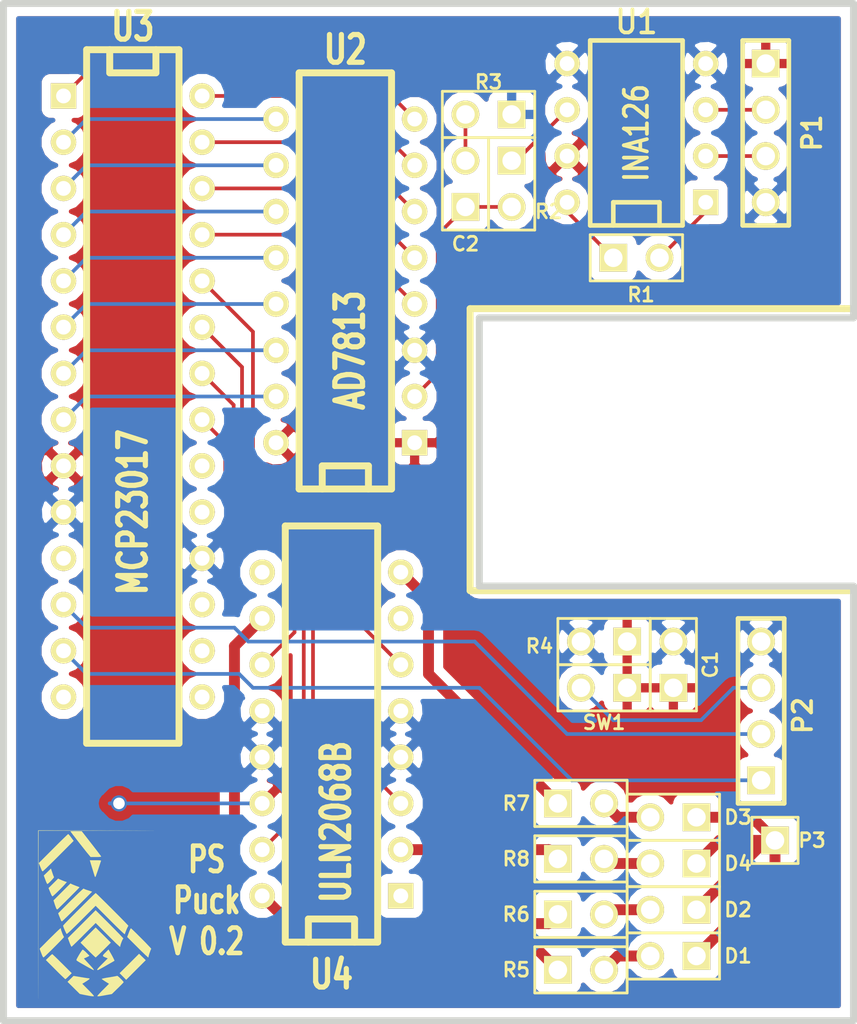
<source format=kicad_pcb>
(kicad_pcb (version 3) (host pcbnew "(2014-jan-25)-product")

  (general
    (links 60)
    (no_connects 0)
    (area 113.539815 71.90867 162.576934 130.683)
    (thickness 1.6002)
    (drawings 13)
    (tracks 109)
    (zones 0)
    (modules 23)
    (nets 38)
  )

  (page A4)
  (title_block
    (title "Project Scorpion - Hockey Puck")
    (date "6 feb 2014")
    (rev 0.2)
    (company "Project Scorpion")
  )

  (layers
    (15 Front signal)
    (0 Back signal)
    (21 F.SilkS user)
    (22 B.Mask user)
    (23 F.Mask user)
    (28 Edge.Cuts user)
  )

  (setup
    (last_trace_width 0.2032)
    (trace_clearance 0.254)
    (zone_clearance 0.508)
    (zone_45_only no)
    (trace_min 0.2032)
    (segment_width 0.381)
    (edge_width 0.381)
    (via_size 0.889)
    (via_drill 0.635)
    (via_min_size 0.889)
    (via_min_drill 0.508)
    (uvia_size 0.508)
    (uvia_drill 0.127)
    (uvias_allowed no)
    (uvia_min_size 0.508)
    (uvia_min_drill 0.127)
    (pcb_text_width 0.3048)
    (pcb_text_size 1.524 2.032)
    (mod_edge_width 0.381)
    (mod_text_size 1.524 1.524)
    (mod_text_width 0.3048)
    (pad_size 1.524 1.524)
    (pad_drill 0.8128)
    (pad_to_mask_clearance 0.254)
    (aux_axis_origin 113.538 128.524)
    (grid_origin 113.538 128.524)
    (visible_elements FFFFFF7F)
    (pcbplotparams
      (layerselection 283148289)
      (usegerberextensions true)
      (excludeedgelayer true)
      (linewidth 0.150000)
      (plotframeref false)
      (viasonmask false)
      (mode 1)
      (useauxorigin false)
      (hpglpennumber 1)
      (hpglpenspeed 20)
      (hpglpendiameter 15)
      (hpglpenoverlay 0)
      (psnegative false)
      (psa4output false)
      (plotreference true)
      (plotvalue false)
      (plotinvisibletext false)
      (padsonsilk false)
      (subtractmaskfromsilk false)
      (outputformat 1)
      (mirror false)
      (drillshape 1)
      (scaleselection 1)
      (outputdirectory gen/))
  )

  (net 0 "")
  (net 1 /5V)
  (net 2 /GND)
  (net 3 N-000002)
  (net 4 N-000004)
  (net 5 N-000005)
  (net 6 N-000008)
  (net 7 N-000009)
  (net 8 N-000010)
  (net 9 N-000011)
  (net 10 N-000012)
  (net 11 N-000014)
  (net 12 N-000015)
  (net 13 N-000017)
  (net 14 N-000018)
  (net 15 N-000019)
  (net 16 N-000020)
  (net 17 N-000021)
  (net 18 N-000022)
  (net 19 N-000023)
  (net 20 N-000024)
  (net 21 N-000025)
  (net 22 N-000026)
  (net 23 N-000028)
  (net 24 N-000030)
  (net 25 N-000035)
  (net 26 N-000036)
  (net 27 N-000037)
  (net 28 N-000038)
  (net 29 N-000039)
  (net 30 N-000040)
  (net 31 N-000041)
  (net 32 N-000042)
  (net 33 N-000043)
  (net 34 N-000044)
  (net 35 N-000045)
  (net 36 N-000046)
  (net 37 N-000047)

  (net_class Default "This is the default net class."
    (clearance 0.254)
    (trace_width 0.2032)
    (via_dia 0.889)
    (via_drill 0.635)
    (uvia_dia 0.508)
    (uvia_drill 0.127)
    (add_net /5V)
    (add_net /GND)
    (add_net N-000004)
    (add_net N-000008)
    (add_net N-000010)
    (add_net N-000015)
    (add_net N-000017)
    (add_net N-000018)
    (add_net N-000019)
    (add_net N-000020)
    (add_net N-000021)
    (add_net N-000022)
    (add_net N-000026)
    (add_net N-000028)
    (add_net N-000030)
    (add_net N-000035)
    (add_net N-000036)
    (add_net N-000037)
    (add_net N-000038)
    (add_net N-000039)
    (add_net N-000040)
    (add_net N-000041)
    (add_net N-000042)
    (add_net N-000043)
    (add_net N-000044)
    (add_net N-000045)
    (add_net N-000046)
    (add_net N-000047)
  )

  (net_class Power-Thick ""
    (clearance 0.254)
    (trace_width 0.59944)
    (via_dia 0.889)
    (via_drill 0.635)
    (uvia_dia 0.508)
    (uvia_drill 0.127)
    (add_net N-000002)
    (add_net N-000005)
    (add_net N-000009)
    (add_net N-000011)
    (add_net N-000012)
    (add_net N-000014)
    (add_net N-000023)
    (add_net N-000024)
    (add_net N-000025)
  )

  (module PIN_ARRAY_4x1 (layer Front) (tedit 52F24725) (tstamp 52F1B385)
    (at 155.448 111.252 90)
    (descr "Double rangee de contacts 2 x 5 pins")
    (tags CONN)
    (path /52D454DE)
    (fp_text reference P2 (at -0.254 2.286 90) (layer F.SilkS)
      (effects (font (size 1.016 1.016) (thickness 0.2032)))
    )
    (fp_text value RSPI_CONN (at 0 2.54 90) (layer F.SilkS) hide
      (effects (font (size 1.016 1.016) (thickness 0.2032)))
    )
    (fp_line (start 5.08 1.27) (end -5.08 1.27) (layer F.SilkS) (width 0.254))
    (fp_line (start 5.08 -1.27) (end -5.08 -1.27) (layer F.SilkS) (width 0.254))
    (fp_line (start -5.08 -1.27) (end -5.08 1.27) (layer F.SilkS) (width 0.254))
    (fp_line (start 5.08 1.27) (end 5.08 -1.27) (layer F.SilkS) (width 0.254))
    (pad 1 thru_hole rect (at -3.81 0 90) (size 1.524 1.524) (drill 1.016) (layers *.Cu *.Mask F.SilkS)
      (net 22 N-000026))
    (pad 2 thru_hole circle (at -1.27 0 90) (size 1.524 1.524) (drill 1.016) (layers *.Cu *.Mask F.SilkS)
      (net 4 N-000004))
    (pad 3 thru_hole circle (at 1.27 0 90) (size 1.524 1.524) (drill 1.016) (layers *.Cu *.Mask F.SilkS)
      (net 8 N-000010))
    (pad 4 thru_hole circle (at 3.81 0 90) (size 1.524 1.524) (drill 1.016) (layers *.Cu *.Mask F.SilkS)
      (net 2 /GND))
    (model pin_array\pins_array_4x1.wrl
      (at (xyz 0 0 0))
      (scale (xyz 1 1 1))
      (rotate (xyz 0 0 0))
    )
  )

  (module PIN_ARRAY_4x1 (layer Front) (tedit 52F19C53) (tstamp 52F18E12)
    (at 155.702 79.502 270)
    (descr "Double rangee de contacts 2 x 5 pins")
    (tags CONN)
    (path /52AA4B8E)
    (fp_text reference P1 (at 0 -2.54 270) (layer F.SilkS)
      (effects (font (size 1.016 1.016) (thickness 0.2032)))
    )
    (fp_text value SCALE (at 0 2.54 270) (layer F.SilkS) hide
      (effects (font (size 1.016 1.016) (thickness 0.2032)))
    )
    (fp_line (start 5.08 1.27) (end -5.08 1.27) (layer F.SilkS) (width 0.254))
    (fp_line (start 5.08 -1.27) (end -5.08 -1.27) (layer F.SilkS) (width 0.254))
    (fp_line (start -5.08 -1.27) (end -5.08 1.27) (layer F.SilkS) (width 0.254))
    (fp_line (start 5.08 1.27) (end 5.08 -1.27) (layer F.SilkS) (width 0.254))
    (pad 1 thru_hole rect (at -3.81 0 270) (size 1.524 1.524) (drill 1.016) (layers *.Cu *.Mask F.SilkS)
      (net 1 /5V))
    (pad 2 thru_hole circle (at -1.27 0 270) (size 1.524 1.524) (drill 1.016) (layers *.Cu *.Mask F.SilkS)
      (net 17 N-000021))
    (pad 3 thru_hole circle (at 1.27 0 270) (size 1.524 1.524) (drill 1.016) (layers *.Cu *.Mask F.SilkS)
      (net 13 N-000017))
    (pad 4 thru_hole circle (at 3.81 0 270) (size 1.524 1.524) (drill 1.016) (layers *.Cu *.Mask F.SilkS)
      (net 2 /GND))
    (model pin_array\pins_array_4x1.wrl
      (at (xyz 0 0 0))
      (scale (xyz 1 1 1))
      (rotate (xyz 0 0 0))
    )
  )

  (module PIN_ARRAY_2X1 (layer Front) (tedit 52F1B586) (tstamp 52F18E13)
    (at 145.542 125.476)
    (descr "Connecteurs 2 pins")
    (tags "CONN DEV")
    (path /52F18069)
    (fp_text reference R5 (at -3.556 0) (layer F.SilkS)
      (effects (font (size 0.762 0.762) (thickness 0.1524)))
    )
    (fp_text value 10K (at 0 -1.905) (layer F.SilkS) hide
      (effects (font (size 0.762 0.762) (thickness 0.1524)))
    )
    (fp_line (start -2.54 1.27) (end -2.54 -1.27) (layer F.SilkS) (width 0.1524))
    (fp_line (start -2.54 -1.27) (end 2.54 -1.27) (layer F.SilkS) (width 0.1524))
    (fp_line (start 2.54 -1.27) (end 2.54 1.27) (layer F.SilkS) (width 0.1524))
    (fp_line (start 2.54 1.27) (end -2.54 1.27) (layer F.SilkS) (width 0.1524))
    (pad 1 thru_hole rect (at -1.27 0) (size 1.524 1.524) (drill 1.016) (layers *.Cu *.Mask F.SilkS)
      (net 3 N-000002))
    (pad 2 thru_hole circle (at 1.27 0) (size 1.524 1.524) (drill 1.016) (layers *.Cu *.Mask F.SilkS)
      (net 10 N-000012))
    (model pin_array/pins_array_2x1.wrl
      (at (xyz 0 0 0))
      (scale (xyz 1 1 1))
      (rotate (xyz 0 0 0))
    )
  )

  (module PIN_ARRAY_2X1 (layer Front) (tedit 52F1BC00) (tstamp 52F18E15)
    (at 146.812 107.442 180)
    (descr "Connecteurs 2 pins")
    (tags "CONN DEV")
    (path /52AA663A)
    (fp_text reference R4 (at 3.556 -0.254 180) (layer F.SilkS)
      (effects (font (size 0.762 0.762) (thickness 0.1524)))
    )
    (fp_text value 100K (at 0 -1.905 180) (layer F.SilkS) hide
      (effects (font (size 0.762 0.762) (thickness 0.1524)))
    )
    (fp_line (start -2.54 1.27) (end -2.54 -1.27) (layer F.SilkS) (width 0.1524))
    (fp_line (start -2.54 -1.27) (end 2.54 -1.27) (layer F.SilkS) (width 0.1524))
    (fp_line (start 2.54 -1.27) (end 2.54 1.27) (layer F.SilkS) (width 0.1524))
    (fp_line (start 2.54 1.27) (end -2.54 1.27) (layer F.SilkS) (width 0.1524))
    (pad 1 thru_hole rect (at -1.27 0 180) (size 1.524 1.524) (drill 1.016) (layers *.Cu *.Mask F.SilkS)
      (net 1 /5V))
    (pad 2 thru_hole circle (at 1.27 0 180) (size 1.524 1.524) (drill 1.016) (layers *.Cu *.Mask F.SilkS)
      (net 2 /GND))
    (model pin_array/pins_array_2x1.wrl
      (at (xyz 0 0 0))
      (scale (xyz 1 1 1))
      (rotate (xyz 0 0 0))
    )
  )

  (module PIN_ARRAY_2X1 (layer Front) (tedit 4565C520) (tstamp 52F18E17)
    (at 146.812 109.982 180)
    (descr "Connecteurs 2 pins")
    (tags "CONN DEV")
    (path /52AA6626)
    (fp_text reference SW1 (at 0 -1.905 180) (layer F.SilkS)
      (effects (font (size 0.762 0.762) (thickness 0.1524)))
    )
    (fp_text value SW_PUSH (at 0 -1.905 180) (layer F.SilkS) hide
      (effects (font (size 0.762 0.762) (thickness 0.1524)))
    )
    (fp_line (start -2.54 1.27) (end -2.54 -1.27) (layer F.SilkS) (width 0.1524))
    (fp_line (start -2.54 -1.27) (end 2.54 -1.27) (layer F.SilkS) (width 0.1524))
    (fp_line (start 2.54 -1.27) (end 2.54 1.27) (layer F.SilkS) (width 0.1524))
    (fp_line (start 2.54 1.27) (end -2.54 1.27) (layer F.SilkS) (width 0.1524))
    (pad 1 thru_hole rect (at -1.27 0 180) (size 1.524 1.524) (drill 1.016) (layers *.Cu *.Mask F.SilkS)
      (net 1 /5V))
    (pad 2 thru_hole circle (at 1.27 0 180) (size 1.524 1.524) (drill 1.016) (layers *.Cu *.Mask F.SilkS)
      (net 8 N-000010))
    (model pin_array/pins_array_2x1.wrl
      (at (xyz 0 0 0))
      (scale (xyz 1 1 1))
      (rotate (xyz 0 0 0))
    )
  )

  (module PIN_ARRAY_2X1 (layer Front) (tedit 52F1B578) (tstamp 52F18E19)
    (at 145.542 119.38)
    (descr "Connecteurs 2 pins")
    (tags "CONN DEV")
    (path /52AA6306)
    (fp_text reference R8 (at -3.556 0) (layer F.SilkS)
      (effects (font (size 0.762 0.762) (thickness 0.1524)))
    )
    (fp_text value 10K (at 0 -1.905) (layer F.SilkS) hide
      (effects (font (size 0.762 0.762) (thickness 0.1524)))
    )
    (fp_line (start -2.54 1.27) (end -2.54 -1.27) (layer F.SilkS) (width 0.1524))
    (fp_line (start -2.54 -1.27) (end 2.54 -1.27) (layer F.SilkS) (width 0.1524))
    (fp_line (start 2.54 -1.27) (end 2.54 1.27) (layer F.SilkS) (width 0.1524))
    (fp_line (start 2.54 1.27) (end -2.54 1.27) (layer F.SilkS) (width 0.1524))
    (pad 1 thru_hole rect (at -1.27 0) (size 1.524 1.524) (drill 1.016) (layers *.Cu *.Mask F.SilkS)
      (net 11 N-000014))
    (pad 2 thru_hole circle (at 1.27 0) (size 1.524 1.524) (drill 1.016) (layers *.Cu *.Mask F.SilkS)
      (net 7 N-000009))
    (model pin_array/pins_array_2x1.wrl
      (at (xyz 0 0 0))
      (scale (xyz 1 1 1))
      (rotate (xyz 0 0 0))
    )
  )

  (module PIN_ARRAY_2X1 (layer Front) (tedit 52F1B5DE) (tstamp 52F18E1B)
    (at 150.622 119.634 180)
    (descr "Connecteurs 2 pins")
    (tags "CONN DEV")
    (path /52AA61B2)
    (fp_text reference D4 (at -3.556 0 180) (layer F.SilkS)
      (effects (font (size 0.762 0.762) (thickness 0.1524)))
    )
    (fp_text value LED_GR (at 0 -1.905 180) (layer F.SilkS) hide
      (effects (font (size 0.762 0.762) (thickness 0.1524)))
    )
    (fp_line (start -2.54 1.27) (end -2.54 -1.27) (layer F.SilkS) (width 0.1524))
    (fp_line (start -2.54 -1.27) (end 2.54 -1.27) (layer F.SilkS) (width 0.1524))
    (fp_line (start 2.54 -1.27) (end 2.54 1.27) (layer F.SilkS) (width 0.1524))
    (fp_line (start 2.54 1.27) (end -2.54 1.27) (layer F.SilkS) (width 0.1524))
    (pad 1 thru_hole rect (at -1.27 0 180) (size 1.524 1.524) (drill 1.016) (layers *.Cu *.Mask F.SilkS)
      (net 19 N-000023))
    (pad 2 thru_hole circle (at 1.27 0 180) (size 1.524 1.524) (drill 1.016) (layers *.Cu *.Mask F.SilkS)
      (net 7 N-000009))
    (model pin_array/pins_array_2x1.wrl
      (at (xyz 0 0 0))
      (scale (xyz 1 1 1))
      (rotate (xyz 0 0 0))
    )
  )

  (module PIN_ARRAY_2X1 (layer Front) (tedit 52F1B5E3) (tstamp 52F18E1D)
    (at 150.622 117.094 180)
    (descr "Connecteurs 2 pins")
    (tags "CONN DEV")
    (path /52AA61A3)
    (fp_text reference D3 (at -3.556 0 180) (layer F.SilkS)
      (effects (font (size 0.762 0.762) (thickness 0.1524)))
    )
    (fp_text value LED_RD (at 0 -1.905 180) (layer F.SilkS) hide
      (effects (font (size 0.762 0.762) (thickness 0.1524)))
    )
    (fp_line (start -2.54 1.27) (end -2.54 -1.27) (layer F.SilkS) (width 0.1524))
    (fp_line (start -2.54 -1.27) (end 2.54 -1.27) (layer F.SilkS) (width 0.1524))
    (fp_line (start 2.54 -1.27) (end 2.54 1.27) (layer F.SilkS) (width 0.1524))
    (fp_line (start 2.54 1.27) (end -2.54 1.27) (layer F.SilkS) (width 0.1524))
    (pad 1 thru_hole rect (at -1.27 0 180) (size 1.524 1.524) (drill 1.016) (layers *.Cu *.Mask F.SilkS)
      (net 19 N-000023))
    (pad 2 thru_hole circle (at 1.27 0 180) (size 1.524 1.524) (drill 1.016) (layers *.Cu *.Mask F.SilkS)
      (net 21 N-000025))
    (model pin_array/pins_array_2x1.wrl
      (at (xyz 0 0 0))
      (scale (xyz 1 1 1))
      (rotate (xyz 0 0 0))
    )
  )

  (module PIN_ARRAY_2X1 (layer Front) (tedit 52F1B5D6) (tstamp 52F18E1F)
    (at 150.622 122.174 180)
    (descr "Connecteurs 2 pins")
    (tags "CONN DEV")
    (path /52AA6194)
    (fp_text reference D2 (at -3.556 0 180) (layer F.SilkS)
      (effects (font (size 0.762 0.762) (thickness 0.1524)))
    )
    (fp_text value LED_BL (at 0 -1.905 180) (layer F.SilkS) hide
      (effects (font (size 0.762 0.762) (thickness 0.1524)))
    )
    (fp_line (start -2.54 1.27) (end -2.54 -1.27) (layer F.SilkS) (width 0.1524))
    (fp_line (start -2.54 -1.27) (end 2.54 -1.27) (layer F.SilkS) (width 0.1524))
    (fp_line (start 2.54 -1.27) (end 2.54 1.27) (layer F.SilkS) (width 0.1524))
    (fp_line (start 2.54 1.27) (end -2.54 1.27) (layer F.SilkS) (width 0.1524))
    (pad 1 thru_hole rect (at -1.27 0 180) (size 1.524 1.524) (drill 1.016) (layers *.Cu *.Mask F.SilkS)
      (net 19 N-000023))
    (pad 2 thru_hole circle (at 1.27 0 180) (size 1.524 1.524) (drill 1.016) (layers *.Cu *.Mask F.SilkS)
      (net 20 N-000024))
    (model pin_array/pins_array_2x1.wrl
      (at (xyz 0 0 0))
      (scale (xyz 1 1 1))
      (rotate (xyz 0 0 0))
    )
  )

  (module PIN_ARRAY_2X1 (layer Front) (tedit 52F1CB8B) (tstamp 52F18E21)
    (at 139.192 82.296 90)
    (descr "Connecteurs 2 pins")
    (tags "CONN DEV")
    (path /52AA5872)
    (fp_text reference C2 (at -3.302 0 180) (layer F.SilkS)
      (effects (font (size 0.762 0.762) (thickness 0.1524)))
    )
    (fp_text value 0.47uF (at 0 -1.905 90) (layer F.SilkS) hide
      (effects (font (size 0.762 0.762) (thickness 0.1524)))
    )
    (fp_line (start -2.54 1.27) (end -2.54 -1.27) (layer F.SilkS) (width 0.1524))
    (fp_line (start -2.54 -1.27) (end 2.54 -1.27) (layer F.SilkS) (width 0.1524))
    (fp_line (start 2.54 -1.27) (end 2.54 1.27) (layer F.SilkS) (width 0.1524))
    (fp_line (start 2.54 1.27) (end -2.54 1.27) (layer F.SilkS) (width 0.1524))
    (pad 1 thru_hole rect (at -1.27 0 90) (size 1.524 1.524) (drill 1.016) (layers *.Cu *.Mask F.SilkS)
      (net 25 N-000035))
    (pad 2 thru_hole circle (at 1.27 0 90) (size 1.524 1.524) (drill 1.016) (layers *.Cu *.Mask F.SilkS)
      (net 18 N-000022))
    (model pin_array/pins_array_2x1.wrl
      (at (xyz 0 0 0))
      (scale (xyz 1 1 1))
      (rotate (xyz 0 0 0))
    )
  )

  (module PIN_ARRAY_2X1 (layer Front) (tedit 52F1B620) (tstamp 52F18E23)
    (at 140.462 78.486 180)
    (descr "Connecteurs 2 pins")
    (tags "CONN DEV")
    (path /52AA5863)
    (fp_text reference R3 (at 0 1.778 180) (layer F.SilkS)
      (effects (font (size 0.762 0.762) (thickness 0.1524)))
    )
    (fp_text value 1K (at 0 -1.905 180) (layer F.SilkS) hide
      (effects (font (size 0.762 0.762) (thickness 0.1524)))
    )
    (fp_line (start -2.54 1.27) (end -2.54 -1.27) (layer F.SilkS) (width 0.1524))
    (fp_line (start -2.54 -1.27) (end 2.54 -1.27) (layer F.SilkS) (width 0.1524))
    (fp_line (start 2.54 -1.27) (end 2.54 1.27) (layer F.SilkS) (width 0.1524))
    (fp_line (start 2.54 1.27) (end -2.54 1.27) (layer F.SilkS) (width 0.1524))
    (pad 1 thru_hole rect (at -1.27 0 180) (size 1.524 1.524) (drill 1.016) (layers *.Cu *.Mask F.SilkS)
      (net 2 /GND))
    (pad 2 thru_hole circle (at 1.27 0 180) (size 1.524 1.524) (drill 1.016) (layers *.Cu *.Mask F.SilkS)
      (net 18 N-000022))
    (model pin_array/pins_array_2x1.wrl
      (at (xyz 0 0 0))
      (scale (xyz 1 1 1))
      (rotate (xyz 0 0 0))
    )
  )

  (module PIN_ARRAY_2X1 (layer Front) (tedit 52F1B614) (tstamp 52F18E25)
    (at 141.732 82.296 270)
    (descr "Connecteurs 2 pins")
    (tags "CONN DEV")
    (path /52AA5854)
    (fp_text reference R2 (at 1.524 -2.032 360) (layer F.SilkS)
      (effects (font (size 0.762 0.762) (thickness 0.1524)))
    )
    (fp_text value 1K (at 0 -1.905 270) (layer F.SilkS) hide
      (effects (font (size 0.762 0.762) (thickness 0.1524)))
    )
    (fp_line (start -2.54 1.27) (end -2.54 -1.27) (layer F.SilkS) (width 0.1524))
    (fp_line (start -2.54 -1.27) (end 2.54 -1.27) (layer F.SilkS) (width 0.1524))
    (fp_line (start 2.54 -1.27) (end 2.54 1.27) (layer F.SilkS) (width 0.1524))
    (fp_line (start 2.54 1.27) (end -2.54 1.27) (layer F.SilkS) (width 0.1524))
    (pad 1 thru_hole rect (at -1.27 0 270) (size 1.524 1.524) (drill 1.016) (layers *.Cu *.Mask F.SilkS)
      (net 16 N-000020))
    (pad 2 thru_hole circle (at 1.27 0 270) (size 1.524 1.524) (drill 1.016) (layers *.Cu *.Mask F.SilkS)
      (net 25 N-000035))
    (model pin_array/pins_array_2x1.wrl
      (at (xyz 0 0 0))
      (scale (xyz 1 1 1))
      (rotate (xyz 0 0 0))
    )
  )

  (module PIN_ARRAY_2X1 (layer Front) (tedit 52F1B626) (tstamp 52F18E27)
    (at 148.59 86.36)
    (descr "Connecteurs 2 pins")
    (tags "CONN DEV")
    (path /52AA5631)
    (fp_text reference R1 (at 0.254 2.032) (layer F.SilkS)
      (effects (font (size 0.762 0.762) (thickness 0.1524)))
    )
    (fp_text value R (at 0 -1.905) (layer F.SilkS) hide
      (effects (font (size 0.762 0.762) (thickness 0.1524)))
    )
    (fp_line (start -2.54 1.27) (end -2.54 -1.27) (layer F.SilkS) (width 0.1524))
    (fp_line (start -2.54 -1.27) (end 2.54 -1.27) (layer F.SilkS) (width 0.1524))
    (fp_line (start 2.54 -1.27) (end 2.54 1.27) (layer F.SilkS) (width 0.1524))
    (fp_line (start 2.54 1.27) (end -2.54 1.27) (layer F.SilkS) (width 0.1524))
    (pad 1 thru_hole rect (at -1.27 0) (size 1.524 1.524) (drill 1.016) (layers *.Cu *.Mask F.SilkS)
      (net 15 N-000019))
    (pad 2 thru_hole circle (at 1.27 0) (size 1.524 1.524) (drill 1.016) (layers *.Cu *.Mask F.SilkS)
      (net 14 N-000018))
    (model pin_array/pins_array_2x1.wrl
      (at (xyz 0 0 0))
      (scale (xyz 1 1 1))
      (rotate (xyz 0 0 0))
    )
  )

  (module PIN_ARRAY_2X1 (layer Front) (tedit 52F1BC05) (tstamp 52F18E29)
    (at 150.622 108.712 90)
    (descr "Connecteurs 2 pins")
    (tags "CONN DEV")
    (path /52D7610A)
    (fp_text reference C1 (at 0 2.032 90) (layer F.SilkS)
      (effects (font (size 0.762 0.762) (thickness 0.1524)))
    )
    (fp_text value 1.0uF (at 0 -1.905 90) (layer F.SilkS) hide
      (effects (font (size 0.762 0.762) (thickness 0.1524)))
    )
    (fp_line (start -2.54 1.27) (end -2.54 -1.27) (layer F.SilkS) (width 0.1524))
    (fp_line (start -2.54 -1.27) (end 2.54 -1.27) (layer F.SilkS) (width 0.1524))
    (fp_line (start 2.54 -1.27) (end 2.54 1.27) (layer F.SilkS) (width 0.1524))
    (fp_line (start 2.54 1.27) (end -2.54 1.27) (layer F.SilkS) (width 0.1524))
    (pad 1 thru_hole rect (at -1.27 0 90) (size 1.524 1.524) (drill 1.016) (layers *.Cu *.Mask F.SilkS)
      (net 1 /5V))
    (pad 2 thru_hole circle (at 1.27 0 90) (size 1.524 1.524) (drill 1.016) (layers *.Cu *.Mask F.SilkS)
      (net 2 /GND))
    (model pin_array/pins_array_2x1.wrl
      (at (xyz 0 0 0))
      (scale (xyz 1 1 1))
      (rotate (xyz 0 0 0))
    )
  )

  (module PIN_ARRAY_2X1 (layer Front) (tedit 52F1B591) (tstamp 52F18E2B)
    (at 150.622 124.714 180)
    (descr "Connecteurs 2 pins")
    (tags "CONN DEV")
    (path /52F17F82)
    (fp_text reference D1 (at -3.556 0 180) (layer F.SilkS)
      (effects (font (size 0.762 0.762) (thickness 0.1524)))
    )
    (fp_text value LED_WT (at 0 -1.905 180) (layer F.SilkS) hide
      (effects (font (size 0.762 0.762) (thickness 0.1524)))
    )
    (fp_line (start -2.54 1.27) (end -2.54 -1.27) (layer F.SilkS) (width 0.1524))
    (fp_line (start -2.54 -1.27) (end 2.54 -1.27) (layer F.SilkS) (width 0.1524))
    (fp_line (start 2.54 -1.27) (end 2.54 1.27) (layer F.SilkS) (width 0.1524))
    (fp_line (start 2.54 1.27) (end -2.54 1.27) (layer F.SilkS) (width 0.1524))
    (pad 1 thru_hole rect (at -1.27 0 180) (size 1.524 1.524) (drill 1.016) (layers *.Cu *.Mask F.SilkS)
      (net 19 N-000023))
    (pad 2 thru_hole circle (at 1.27 0 180) (size 1.524 1.524) (drill 1.016) (layers *.Cu *.Mask F.SilkS)
      (net 10 N-000012))
    (model pin_array/pins_array_2x1.wrl
      (at (xyz 0 0 0))
      (scale (xyz 1 1 1))
      (rotate (xyz 0 0 0))
    )
  )

  (module PIN_ARRAY_2X1 (layer Front) (tedit 52F1B55B) (tstamp 52F18E2D)
    (at 145.542 116.332)
    (descr "Connecteurs 2 pins")
    (tags "CONN DEV")
    (path /52F18059)
    (fp_text reference R7 (at -3.556 0) (layer F.SilkS)
      (effects (font (size 0.762 0.762) (thickness 0.1524)))
    )
    (fp_text value 10K (at 0 -1.905) (layer F.SilkS) hide
      (effects (font (size 0.762 0.762) (thickness 0.1524)))
    )
    (fp_line (start -2.54 1.27) (end -2.54 -1.27) (layer F.SilkS) (width 0.1524))
    (fp_line (start -2.54 -1.27) (end 2.54 -1.27) (layer F.SilkS) (width 0.1524))
    (fp_line (start 2.54 -1.27) (end 2.54 1.27) (layer F.SilkS) (width 0.1524))
    (fp_line (start 2.54 1.27) (end -2.54 1.27) (layer F.SilkS) (width 0.1524))
    (pad 1 thru_hole rect (at -1.27 0) (size 1.524 1.524) (drill 1.016) (layers *.Cu *.Mask F.SilkS)
      (net 5 N-000005))
    (pad 2 thru_hole circle (at 1.27 0) (size 1.524 1.524) (drill 1.016) (layers *.Cu *.Mask F.SilkS)
      (net 21 N-000025))
    (model pin_array/pins_array_2x1.wrl
      (at (xyz 0 0 0))
      (scale (xyz 1 1 1))
      (rotate (xyz 0 0 0))
    )
  )

  (module PIN_ARRAY_2X1 (layer Front) (tedit 52F1B57E) (tstamp 52F18E2F)
    (at 145.542 122.428)
    (descr "Connecteurs 2 pins")
    (tags "CONN DEV")
    (path /52F18064)
    (fp_text reference R6 (at -3.556 0) (layer F.SilkS)
      (effects (font (size 0.762 0.762) (thickness 0.1524)))
    )
    (fp_text value 10K (at 0 -1.905) (layer F.SilkS) hide
      (effects (font (size 0.762 0.762) (thickness 0.1524)))
    )
    (fp_line (start -2.54 1.27) (end -2.54 -1.27) (layer F.SilkS) (width 0.1524))
    (fp_line (start -2.54 -1.27) (end 2.54 -1.27) (layer F.SilkS) (width 0.1524))
    (fp_line (start 2.54 -1.27) (end 2.54 1.27) (layer F.SilkS) (width 0.1524))
    (fp_line (start 2.54 1.27) (end -2.54 1.27) (layer F.SilkS) (width 0.1524))
    (pad 1 thru_hole rect (at -1.27 0) (size 1.524 1.524) (drill 1.016) (layers *.Cu *.Mask F.SilkS)
      (net 9 N-000011))
    (pad 2 thru_hole circle (at 1.27 0) (size 1.524 1.524) (drill 1.016) (layers *.Cu *.Mask F.SilkS)
      (net 20 N-000024))
    (model pin_array/pins_array_2x1.wrl
      (at (xyz 0 0 0))
      (scale (xyz 1 1 1))
      (rotate (xyz 0 0 0))
    )
  )

  (module DIP-16__300 (layer Front) (tedit 52F2D2FA) (tstamp 52F18E34)
    (at 131.826 112.522 90)
    (descr "16 pins DIL package, round pads")
    (tags DIL)
    (path /52F17CD5)
    (fp_text reference U4 (at -13.208 0 180) (layer F.SilkS)
      (effects (font (size 1.524 1.143) (thickness 0.28702)))
    )
    (fp_text value ULN2068B (at -4.826 0.254 90) (layer F.SilkS)
      (effects (font (size 1.524 1.143) (thickness 0.28702)))
    )
    (fp_line (start -11.43 -1.27) (end -11.43 -1.27) (layer F.SilkS) (width 0.381))
    (fp_line (start -11.43 -1.27) (end -10.16 -1.27) (layer F.SilkS) (width 0.381))
    (fp_line (start -10.16 -1.27) (end -10.16 1.27) (layer F.SilkS) (width 0.381))
    (fp_line (start -10.16 1.27) (end -11.43 1.27) (layer F.SilkS) (width 0.381))
    (fp_line (start -11.43 -2.54) (end 11.43 -2.54) (layer F.SilkS) (width 0.381))
    (fp_line (start 11.43 -2.54) (end 11.43 2.54) (layer F.SilkS) (width 0.381))
    (fp_line (start 11.43 2.54) (end -11.43 2.54) (layer F.SilkS) (width 0.381))
    (fp_line (start -11.43 2.54) (end -11.43 -2.54) (layer F.SilkS) (width 0.381))
    (pad 1 thru_hole rect (at -8.89 3.81 90) (size 1.397 1.397) (drill 0.8128) (layers *.Cu *.Mask F.SilkS))
    (pad 2 thru_hole circle (at -6.35 3.81 90) (size 1.397 1.397) (drill 0.8128) (layers *.Cu *.Mask F.SilkS)
      (net 11 N-000014))
    (pad 3 thru_hole circle (at -3.81 3.81 90) (size 1.397 1.397) (drill 0.8128) (layers *.Cu *.Mask F.SilkS)
      (net 12 N-000015))
    (pad 4 thru_hole circle (at -1.27 3.81 90) (size 1.397 1.397) (drill 0.8128) (layers *.Cu *.Mask F.SilkS)
      (net 2 /GND))
    (pad 5 thru_hole circle (at 1.27 3.81 90) (size 1.397 1.397) (drill 0.8128) (layers *.Cu *.Mask F.SilkS)
      (net 2 /GND))
    (pad 6 thru_hole circle (at 3.81 3.81 90) (size 1.397 1.397) (drill 0.8128) (layers *.Cu *.Mask F.SilkS)
      (net 23 N-000028))
    (pad 7 thru_hole circle (at 6.35 3.81 90) (size 1.397 1.397) (drill 0.8128) (layers *.Cu *.Mask F.SilkS))
    (pad 8 thru_hole circle (at 8.89 3.81 90) (size 1.397 1.397) (drill 0.8128) (layers *.Cu *.Mask F.SilkS)
      (net 5 N-000005))
    (pad 9 thru_hole circle (at 8.89 -3.81 90) (size 1.397 1.397) (drill 0.8128) (layers *.Cu *.Mask F.SilkS))
    (pad 10 thru_hole circle (at 6.35 -3.81 90) (size 1.397 1.397) (drill 0.8128) (layers *.Cu *.Mask F.SilkS)
      (net 3 N-000002))
    (pad 11 thru_hole circle (at 3.81 -3.81 90) (size 1.397 1.397) (drill 0.8128) (layers *.Cu *.Mask F.SilkS)
      (net 6 N-000008))
    (pad 12 thru_hole circle (at 1.27 -3.81 90) (size 1.397 1.397) (drill 0.8128) (layers *.Cu *.Mask F.SilkS)
      (net 2 /GND))
    (pad 13 thru_hole circle (at -1.27 -3.81 90) (size 1.397 1.397) (drill 0.8128) (layers *.Cu *.Mask F.SilkS)
      (net 2 /GND))
    (pad 14 thru_hole circle (at -3.81 -3.81 90) (size 1.397 1.397) (drill 0.8128) (layers *.Cu *.Mask F.SilkS)
      (net 1 /5V))
    (pad 15 thru_hole circle (at -6.35 -3.81 90) (size 1.397 1.397) (drill 0.8128) (layers *.Cu *.Mask F.SilkS)
      (net 36 N-000046))
    (pad 16 thru_hole circle (at -8.89 -3.81 90) (size 1.397 1.397) (drill 0.8128) (layers *.Cu *.Mask F.SilkS)
      (net 9 N-000011))
    (model dil/dil_16.wrl
      (at (xyz 0 0 0))
      (scale (xyz 1 1 1))
      (rotate (xyz 0 0 0))
    )
  )

  (module PIN_ARRAY_1 (layer Front) (tedit 52F3F2E1) (tstamp 52F18F90)
    (at 156.21 118.364)
    (descr "1 pin")
    (tags "CONN DEV")
    (path /52F18EF7)
    (fp_text reference P3 (at 2.032 0) (layer F.SilkS)
      (effects (font (size 0.762 0.762) (thickness 0.1524)))
    )
    (fp_text value 5V_LED (at 0 -1.905) (layer F.SilkS) hide
      (effects (font (size 0.762 0.762) (thickness 0.1524)))
    )
    (fp_line (start 1.27 1.27) (end -1.27 1.27) (layer F.SilkS) (width 0.1524))
    (fp_line (start -1.27 -1.27) (end 1.27 -1.27) (layer F.SilkS) (width 0.1524))
    (fp_line (start -1.27 1.27) (end -1.27 -1.27) (layer F.SilkS) (width 0.1524))
    (fp_line (start 1.27 -1.27) (end 1.27 1.27) (layer F.SilkS) (width 0.1524))
    (pad 1 thru_hole rect (at 0 0) (size 1.524 1.524) (drill 1.016) (layers *.Cu *.Mask F.SilkS)
      (net 19 N-000023))
    (model pin_array\pin_1.wrl
      (at (xyz 0 0 0))
      (scale (xyz 1 1 1))
      (rotate (xyz 0 0 0))
    )
  )

  (module DIP-8__300 (layer Front) (tedit 52F1B62E) (tstamp 52F18E32)
    (at 148.59 79.502 90)
    (descr "8 pins DIL package, round pads")
    (tags DIL)
    (path /52AA4F30)
    (fp_text reference U1 (at 6.096 0 180) (layer F.SilkS)
      (effects (font (size 1.27 1.143) (thickness 0.2032)))
    )
    (fp_text value INA126 (at 0 0 90) (layer F.SilkS)
      (effects (font (size 1.27 1.016) (thickness 0.2032)))
    )
    (fp_line (start -5.08 -1.27) (end -3.81 -1.27) (layer F.SilkS) (width 0.254))
    (fp_line (start -3.81 -1.27) (end -3.81 1.27) (layer F.SilkS) (width 0.254))
    (fp_line (start -3.81 1.27) (end -5.08 1.27) (layer F.SilkS) (width 0.254))
    (fp_line (start -5.08 -2.54) (end 5.08 -2.54) (layer F.SilkS) (width 0.254))
    (fp_line (start 5.08 -2.54) (end 5.08 2.54) (layer F.SilkS) (width 0.254))
    (fp_line (start 5.08 2.54) (end -5.08 2.54) (layer F.SilkS) (width 0.254))
    (fp_line (start -5.08 2.54) (end -5.08 -2.54) (layer F.SilkS) (width 0.254))
    (pad 1 thru_hole rect (at -3.81 3.81 90) (size 1.397 1.397) (drill 0.8128) (layers *.Cu *.Mask F.SilkS)
      (net 14 N-000018))
    (pad 2 thru_hole circle (at -1.27 3.81 90) (size 1.397 1.397) (drill 0.8128) (layers *.Cu *.Mask F.SilkS)
      (net 13 N-000017))
    (pad 3 thru_hole circle (at 1.27 3.81 90) (size 1.397 1.397) (drill 0.8128) (layers *.Cu *.Mask F.SilkS)
      (net 17 N-000021))
    (pad 4 thru_hole circle (at 3.81 3.81 90) (size 1.397 1.397) (drill 0.8128) (layers *.Cu *.Mask F.SilkS)
      (net 2 /GND))
    (pad 5 thru_hole circle (at 3.81 -3.81 90) (size 1.397 1.397) (drill 0.8128) (layers *.Cu *.Mask F.SilkS)
      (net 2 /GND))
    (pad 6 thru_hole circle (at 1.27 -3.81 90) (size 1.397 1.397) (drill 0.8128) (layers *.Cu *.Mask F.SilkS)
      (net 16 N-000020))
    (pad 7 thru_hole circle (at -1.27 -3.81 90) (size 1.397 1.397) (drill 0.8128) (layers *.Cu *.Mask F.SilkS)
      (net 1 /5V))
    (pad 8 thru_hole circle (at -3.81 -3.81 90) (size 1.397 1.397) (drill 0.8128) (layers *.Cu *.Mask F.SilkS)
      (net 15 N-000019))
    (model dil/dil_8.wrl
      (at (xyz 0 0 0))
      (scale (xyz 1 1 1))
      (rotate (xyz 0 0 0))
    )
  )

  (module DIP-16__300 (layer Front) (tedit 52F1B687) (tstamp 52F19767)
    (at 132.588 87.63 90)
    (descr "16 pins DIL package, round pads")
    (tags DIL)
    (path /52891ED4)
    (fp_text reference U2 (at 12.7 0 180) (layer F.SilkS)
      (effects (font (size 1.524 1.143) (thickness 0.28702)))
    )
    (fp_text value AD7813 (at -3.81 0.254 90) (layer F.SilkS)
      (effects (font (size 1.524 1.143) (thickness 0.28702)))
    )
    (fp_line (start -11.43 -1.27) (end -11.43 -1.27) (layer F.SilkS) (width 0.381))
    (fp_line (start -11.43 -1.27) (end -10.16 -1.27) (layer F.SilkS) (width 0.381))
    (fp_line (start -10.16 -1.27) (end -10.16 1.27) (layer F.SilkS) (width 0.381))
    (fp_line (start -10.16 1.27) (end -11.43 1.27) (layer F.SilkS) (width 0.381))
    (fp_line (start -11.43 -2.54) (end 11.43 -2.54) (layer F.SilkS) (width 0.381))
    (fp_line (start 11.43 -2.54) (end 11.43 2.54) (layer F.SilkS) (width 0.381))
    (fp_line (start 11.43 2.54) (end -11.43 2.54) (layer F.SilkS) (width 0.381))
    (fp_line (start -11.43 2.54) (end -11.43 -2.54) (layer F.SilkS) (width 0.381))
    (pad 1 thru_hole rect (at -8.89 3.81 90) (size 1.397 1.397) (drill 0.8128) (layers *.Cu *.Mask F.SilkS)
      (net 1 /5V))
    (pad 2 thru_hole circle (at -6.35 3.81 90) (size 1.397 1.397) (drill 0.8128) (layers *.Cu *.Mask F.SilkS)
      (net 25 N-000035))
    (pad 3 thru_hole circle (at -3.81 3.81 90) (size 1.397 1.397) (drill 0.8128) (layers *.Cu *.Mask F.SilkS)
      (net 2 /GND))
    (pad 4 thru_hole circle (at -1.27 3.81 90) (size 1.397 1.397) (drill 0.8128) (layers *.Cu *.Mask F.SilkS)
      (net 24 N-000030))
    (pad 5 thru_hole circle (at 1.27 3.81 90) (size 1.397 1.397) (drill 0.8128) (layers *.Cu *.Mask F.SilkS)
      (net 26 N-000036))
    (pad 6 thru_hole circle (at 3.81 3.81 90) (size 1.397 1.397) (drill 0.8128) (layers *.Cu *.Mask F.SilkS)
      (net 35 N-000045))
    (pad 7 thru_hole circle (at 6.35 3.81 90) (size 1.397 1.397) (drill 0.8128) (layers *.Cu *.Mask F.SilkS)
      (net 27 N-000037))
    (pad 8 thru_hole circle (at 8.89 3.81 90) (size 1.397 1.397) (drill 0.8128) (layers *.Cu *.Mask F.SilkS)
      (net 37 N-000047))
    (pad 9 thru_hole circle (at 8.89 -3.81 90) (size 1.397 1.397) (drill 0.8128) (layers *.Cu *.Mask F.SilkS)
      (net 28 N-000038))
    (pad 10 thru_hole circle (at 6.35 -3.81 90) (size 1.397 1.397) (drill 0.8128) (layers *.Cu *.Mask F.SilkS)
      (net 29 N-000039))
    (pad 11 thru_hole circle (at 3.81 -3.81 90) (size 1.397 1.397) (drill 0.8128) (layers *.Cu *.Mask F.SilkS)
      (net 30 N-000040))
    (pad 12 thru_hole circle (at 1.27 -3.81 90) (size 1.397 1.397) (drill 0.8128) (layers *.Cu *.Mask F.SilkS)
      (net 31 N-000041))
    (pad 13 thru_hole circle (at -1.27 -3.81 90) (size 1.397 1.397) (drill 0.8128) (layers *.Cu *.Mask F.SilkS)
      (net 32 N-000042))
    (pad 14 thru_hole circle (at -3.81 -3.81 90) (size 1.397 1.397) (drill 0.8128) (layers *.Cu *.Mask F.SilkS)
      (net 33 N-000043))
    (pad 15 thru_hole circle (at -6.35 -3.81 90) (size 1.397 1.397) (drill 0.8128) (layers *.Cu *.Mask F.SilkS)
      (net 34 N-000044))
    (pad 16 thru_hole circle (at -8.89 -3.81 90) (size 1.397 1.397) (drill 0.8128) (layers *.Cu *.Mask F.SilkS)
      (net 1 /5V))
    (model dil/dil_16.wrl
      (at (xyz 0 0 0))
      (scale (xyz 1 1 1))
      (rotate (xyz 0 0 0))
    )
  )

  (module DIP-28__300 (layer Front) (tedit 52F1B68A) (tstamp 52F18E30)
    (at 120.904 93.98 270)
    (descr "28 pins DIL package, round pads, width 300mil")
    (tags DIL)
    (path /528919C2)
    (fp_text reference U3 (at -20.32 0 360) (layer F.SilkS)
      (effects (font (size 1.524 1.143) (thickness 0.28702)))
    )
    (fp_text value MCP23017 (at 6.35 0 270) (layer F.SilkS)
      (effects (font (size 1.524 1.143) (thickness 0.28702)))
    )
    (fp_line (start -19.05 -2.54) (end 19.05 -2.54) (layer F.SilkS) (width 0.381))
    (fp_line (start 19.05 -2.54) (end 19.05 2.54) (layer F.SilkS) (width 0.381))
    (fp_line (start 19.05 2.54) (end -19.05 2.54) (layer F.SilkS) (width 0.381))
    (fp_line (start -19.05 2.54) (end -19.05 -2.54) (layer F.SilkS) (width 0.381))
    (fp_line (start -19.05 -1.27) (end -17.78 -1.27) (layer F.SilkS) (width 0.381))
    (fp_line (start -17.78 -1.27) (end -17.78 1.27) (layer F.SilkS) (width 0.381))
    (fp_line (start -17.78 1.27) (end -19.05 1.27) (layer F.SilkS) (width 0.381))
    (pad 2 thru_hole circle (at -13.97 3.81 270) (size 1.397 1.397) (drill 0.8128) (layers *.Cu *.Mask F.SilkS)
      (net 28 N-000038))
    (pad 3 thru_hole circle (at -11.43 3.81 270) (size 1.397 1.397) (drill 0.8128) (layers *.Cu *.Mask F.SilkS)
      (net 29 N-000039))
    (pad 4 thru_hole circle (at -8.89 3.81 270) (size 1.397 1.397) (drill 0.8128) (layers *.Cu *.Mask F.SilkS)
      (net 30 N-000040))
    (pad 5 thru_hole circle (at -6.35 3.81 270) (size 1.397 1.397) (drill 0.8128) (layers *.Cu *.Mask F.SilkS)
      (net 31 N-000041))
    (pad 6 thru_hole circle (at -3.81 3.81 270) (size 1.397 1.397) (drill 0.8128) (layers *.Cu *.Mask F.SilkS)
      (net 32 N-000042))
    (pad 7 thru_hole circle (at -1.27 3.81 270) (size 1.397 1.397) (drill 0.8128) (layers *.Cu *.Mask F.SilkS)
      (net 33 N-000043))
    (pad 8 thru_hole circle (at 1.27 3.81 270) (size 1.397 1.397) (drill 0.8128) (layers *.Cu *.Mask F.SilkS)
      (net 34 N-000044))
    (pad 9 thru_hole circle (at 3.81 3.81 270) (size 1.397 1.397) (drill 0.8128) (layers *.Cu *.Mask F.SilkS)
      (net 1 /5V))
    (pad 10 thru_hole circle (at 6.35 3.81 270) (size 1.397 1.397) (drill 0.8128) (layers *.Cu *.Mask F.SilkS)
      (net 2 /GND))
    (pad 11 thru_hole circle (at 8.89 3.81 270) (size 1.397 1.397) (drill 0.8128) (layers *.Cu *.Mask F.SilkS))
    (pad 12 thru_hole circle (at 11.43 3.81 270) (size 1.397 1.397) (drill 0.8128) (layers *.Cu *.Mask F.SilkS)
      (net 4 N-000004))
    (pad 13 thru_hole circle (at 13.97 3.81 270) (size 1.397 1.397) (drill 0.8128) (layers *.Cu *.Mask F.SilkS)
      (net 22 N-000026))
    (pad 14 thru_hole circle (at 16.51 3.81 270) (size 1.397 1.397) (drill 0.8128) (layers *.Cu *.Mask F.SilkS))
    (pad 1 thru_hole rect (at -16.51 3.81 270) (size 1.397 1.397) (drill 0.8128) (layers *.Cu *.Mask F.SilkS)
      (net 37 N-000047))
    (pad 15 thru_hole circle (at 16.51 -3.81 270) (size 1.397 1.397) (drill 0.8128) (layers *.Cu *.Mask F.SilkS))
    (pad 16 thru_hole circle (at 13.97 -3.81 270) (size 1.397 1.397) (drill 0.8128) (layers *.Cu *.Mask F.SilkS))
    (pad 17 thru_hole circle (at 11.43 -3.81 270) (size 1.397 1.397) (drill 0.8128) (layers *.Cu *.Mask F.SilkS))
    (pad 18 thru_hole circle (at 8.89 -3.81 270) (size 1.397 1.397) (drill 0.8128) (layers *.Cu *.Mask F.SilkS)
      (net 2 /GND))
    (pad 19 thru_hole circle (at 6.35 -3.81 270) (size 1.397 1.397) (drill 0.8128) (layers *.Cu *.Mask F.SilkS))
    (pad 20 thru_hole circle (at 3.81 -3.81 270) (size 1.397 1.397) (drill 0.8128) (layers *.Cu *.Mask F.SilkS))
    (pad 21 thru_hole circle (at 1.27 -3.81 270) (size 1.397 1.397) (drill 0.8128) (layers *.Cu *.Mask F.SilkS)
      (net 6 N-000008))
    (pad 22 thru_hole circle (at -1.27 -3.81 270) (size 1.397 1.397) (drill 0.8128) (layers *.Cu *.Mask F.SilkS)
      (net 36 N-000046))
    (pad 23 thru_hole circle (at -3.81 -3.81 270) (size 1.397 1.397) (drill 0.8128) (layers *.Cu *.Mask F.SilkS)
      (net 12 N-000015))
    (pad 24 thru_hole circle (at -6.35 -3.81 270) (size 1.397 1.397) (drill 0.8128) (layers *.Cu *.Mask F.SilkS)
      (net 23 N-000028))
    (pad 25 thru_hole circle (at -8.89 -3.81 270) (size 1.397 1.397) (drill 0.8128) (layers *.Cu *.Mask F.SilkS)
      (net 24 N-000030))
    (pad 26 thru_hole circle (at -11.43 -3.81 270) (size 1.397 1.397) (drill 0.8128) (layers *.Cu *.Mask F.SilkS)
      (net 26 N-000036))
    (pad 27 thru_hole circle (at -13.97 -3.81 270) (size 1.397 1.397) (drill 0.8128) (layers *.Cu *.Mask F.SilkS)
      (net 35 N-000045))
    (pad 28 thru_hole circle (at -16.51 -3.81 270) (size 1.397 1.397) (drill 0.8128) (layers *.Cu *.Mask F.SilkS)
      (net 27 N-000037))
    (model dil/dil_28-w300.wrl
      (at (xyz 0 0 0))
      (scale (xyz 1 1 1))
      (rotate (xyz 0 0 0))
    )
  )

  (module primary_logo (layer Front) (tedit 52F1C618) (tstamp 52F1C609)
    (at 118.872 122.428)
    (path primary_logo)
    (fp_text reference VAL (at 0 0) (layer F.SilkS) hide
      (effects (font (size 1.143 1.143) (thickness 0.1778)))
    )
    (fp_text value primary_logo (at 0.508 7.112) (layer F.SilkS) hide
      (effects (font (size 1.143 1.143) (thickness 0.1778)))
    )
    (fp_poly (pts (xy 3.18516 -4.60502) (xy 0.01778 -4.59994) (xy -3.15214 -4.59486) (xy -3.15976 0.01778)
      (xy -3.16484 4.62788) (xy -3.16992 0.00508) (xy -3.175 -4.61518) (xy 0.00508 -4.6101)
      (xy 3.18516 -4.60502) (xy 3.18516 -4.60502)) (layer F.SilkS) (width 0.00254))
    (fp_poly (pts (xy -0.10414 4.48818) (xy -0.12192 4.4958) (xy -0.15748 4.50088) (xy -0.21082 4.4958)
      (xy -0.2921 4.48564) (xy -0.4064 4.46532) (xy -0.55626 4.43738) (xy -0.6731 4.41452)
      (xy -0.76962 4.3942) (xy -0.84328 4.37896) (xy -0.88392 4.3688) (xy -0.889 4.36626)
      (xy -0.90678 4.34848) (xy -0.9525 4.30276) (xy -1.01854 4.23672) (xy -1.1049 4.1529)
      (xy -1.20142 4.05638) (xy -1.22682 4.03098) (xy -1.55702 3.70586) (xy -1.39192 3.5433)
      (xy -1.22682 3.38074) (xy -0.83312 3.44678) (xy -0.70104 3.4671) (xy -0.5842 3.48742)
      (xy -0.48514 3.50012) (xy -0.41656 3.51028) (xy -0.38608 3.51282) (xy -0.35052 3.52044)
      (xy -0.34544 3.54076) (xy -0.381 3.57632) (xy -0.45466 3.62966) (xy -0.54864 3.69062)
      (xy -0.74676 3.81254) (xy -0.4191 4.14274) (xy -0.32004 4.2418) (xy -0.23622 4.3307)
      (xy -0.16764 4.40436) (xy -0.12446 4.4577) (xy -0.10414 4.48564) (xy -0.10414 4.48818)
      (xy -0.10414 4.48818)) (layer F.SilkS) (width 0.00254))
    (fp_poly (pts (xy 1.52654 3.72364) (xy 1.5113 3.7465) (xy 1.46812 3.79476) (xy 1.39954 3.86588)
      (xy 1.31572 3.9497) (xy 1.2192 4.04622) (xy 1.20142 4.06146) (xy 0.87884 4.37642)
      (xy 0.53594 4.43738) (xy 0.38608 4.46532) (xy 0.27432 4.4831) (xy 0.19304 4.4958)
      (xy 0.1397 4.50088) (xy 0.10668 4.49834) (xy 0.0889 4.49326) (xy 0.08128 4.48818)
      (xy 0.09144 4.46786) (xy 0.12954 4.42214) (xy 0.1905 4.35356) (xy 0.27178 4.2672)
      (xy 0.36576 4.17068) (xy 0.39624 4.14274) (xy 0.7239 3.81254) (xy 0.52578 3.69062)
      (xy 0.4445 3.63728) (xy 0.37592 3.59156) (xy 0.33274 3.55854) (xy 0.32258 3.54584)
      (xy 0.34036 3.53568) (xy 0.39878 3.52044) (xy 0.49276 3.50012) (xy 0.61468 3.47726)
      (xy 0.7366 3.45948) (xy 0.86868 3.43662) (xy 0.98552 3.4163) (xy 1.0795 3.39852)
      (xy 1.14554 3.38582) (xy 1.17094 3.37566) (xy 1.17094 3.37566) (xy 1.19126 3.38328)
      (xy 1.2319 3.41376) (xy 1.29032 3.46456) (xy 1.35382 3.52552) (xy 1.41732 3.58902)
      (xy 1.4732 3.64998) (xy 1.5113 3.6957) (xy 1.52654 3.72364) (xy 1.52654 3.72364)
      (xy 1.52654 3.72364)) (layer F.SilkS) (width 0.00254))
    (fp_poly (pts (xy 2.74066 2.51714) (xy 2.20218 3.05562) (xy 1.66624 3.5941) (xy 1.4859 3.41122)
      (xy 1.30556 3.23088) (xy 1.8415 2.69748) (xy 2.3749 2.16408) (xy 2.55778 2.33934)
      (xy 2.74066 2.51714) (xy 2.74066 2.51714)) (layer F.SilkS) (width 0.00254))
    (fp_poly (pts (xy -1.32842 3.23088) (xy -1.49352 3.39344) (xy -1.5621 3.46202) (xy -1.62306 3.5179)
      (xy -1.6637 3.55092) (xy -1.67894 3.55854) (xy -1.69926 3.5433) (xy -1.74752 3.49758)
      (xy -1.81864 3.43154) (xy -1.91262 3.34264) (xy -2.02184 3.23596) (xy -2.14122 3.11658)
      (xy -2.22504 3.03276) (xy -2.74828 2.50952) (xy -2.58318 2.34696) (xy -2.5146 2.27838)
      (xy -2.45364 2.22504) (xy -2.41046 2.19202) (xy -2.39776 2.1844) (xy -2.37744 2.19964)
      (xy -2.32918 2.24282) (xy -2.25552 2.3114) (xy -2.16408 2.4003) (xy -2.05486 2.50698)
      (xy -1.93548 2.62636) (xy -1.85166 2.70764) (xy -1.32842 3.23088) (xy -1.32842 3.23088)) (layer F.SilkS) (width 0.00254))
    (fp_poly (pts (xy -0.1143 3.05562) (xy -0.12954 3.06324) (xy -0.1524 3.05054) (xy -0.21082 3.0226)
      (xy -0.29464 2.97688) (xy -0.40132 2.91846) (xy -0.52324 2.84988) (xy -0.58166 2.81686)
      (xy -0.7112 2.7432) (xy -0.82804 2.67716) (xy -0.9271 2.61874) (xy -1.00076 2.57302)
      (xy -1.04394 2.54254) (xy -1.05156 2.53746) (xy -1.06426 2.51968) (xy -1.0668 2.49682)
      (xy -1.0541 2.46126) (xy -1.0287 2.40792) (xy -0.98298 2.32664) (xy -0.92202 2.21996)
      (xy -0.85598 2.11328) (xy -0.79756 2.02692) (xy -0.75438 1.96596) (xy -0.7239 1.93802)
      (xy -0.72136 1.93802) (xy -0.69088 1.95072) (xy -0.64008 1.9939) (xy -0.5715 2.05232)
      (xy -0.5207 2.10312) (xy -0.35306 2.27076) (xy -0.42926 2.31902) (xy -0.50292 2.35458)
      (xy -0.57404 2.3876) (xy -0.57912 2.3876) (xy -0.62992 2.40792) (xy -0.65278 2.42316)
      (xy -0.65278 2.4257) (xy -0.63754 2.44602) (xy -0.5969 2.49174) (xy -0.53594 2.56032)
      (xy -0.4572 2.64414) (xy -0.38354 2.72542) (xy -0.27432 2.84226) (xy -0.19558 2.93116)
      (xy -0.14478 2.99466) (xy -0.11938 3.0353) (xy -0.1143 3.05562) (xy -0.1143 3.05562)) (layer F.SilkS) (width 0.00254))
    (fp_poly (pts (xy 1.02362 2.54508) (xy 1.0033 2.56032) (xy 0.94742 2.59334) (xy 0.86868 2.63906)
      (xy 0.76962 2.69494) (xy 0.6604 2.75844) (xy 0.54356 2.82448) (xy 0.42926 2.89052)
      (xy 0.32258 2.94894) (xy 0.23114 2.99974) (xy 0.16002 3.0353) (xy 0.11938 3.05816)
      (xy 0.10922 3.0607) (xy 0.08382 3.05054) (xy 0.07112 3.04546) (xy 0.07366 3.02514)
      (xy 0.10922 2.97688) (xy 0.1778 2.89814) (xy 0.2794 2.794) (xy 0.34798 2.72542)
      (xy 0.65532 2.41808) (xy 0.53086 2.36728) (xy 0.44958 2.33172) (xy 0.40132 2.30124)
      (xy 0.38608 2.27076) (xy 0.40386 2.22758) (xy 0.45466 2.16916) (xy 0.52832 2.0955)
      (xy 0.69342 1.9304) (xy 0.72644 1.98374) (xy 0.7747 2.06502) (xy 0.82804 2.15646)
      (xy 0.88392 2.25552) (xy 0.93472 2.35204) (xy 0.9779 2.43586) (xy 1.00838 2.5019)
      (xy 1.02362 2.54) (xy 1.02362 2.54508) (xy 1.02362 2.54508)) (layer F.SilkS) (width 0.00254))
    (fp_poly (pts (xy -1.74752 1.23952) (xy -1.75768 1.25476) (xy -1.79578 1.29794) (xy -1.85928 1.36652)
      (xy -1.9431 1.45288) (xy -2.04724 1.55956) (xy -2.16662 1.68148) (xy -2.286 1.80086)
      (xy -2.41808 1.93294) (xy -2.54 2.05232) (xy -2.64922 2.15646) (xy -2.74066 2.24536)
      (xy -2.81178 2.3114) (xy -2.86004 2.35204) (xy -2.87782 2.36474) (xy -2.90322 2.34442)
      (xy -2.9337 2.2987) (xy -2.9464 2.26822) (xy -2.97688 2.19456) (xy -3.01244 2.10058)
      (xy -3.04038 2.02946) (xy -3.09118 1.88722) (xy -2.53238 1.32588) (xy -2.4003 1.19634)
      (xy -2.27838 1.07696) (xy -2.16916 0.97028) (xy -2.07772 0.88392) (xy -2.0066 0.81788)
      (xy -1.95834 0.77724) (xy -1.94056 0.76454) (xy -1.92278 0.77724) (xy -1.92278 0.78486)
      (xy -1.92278 0.81534) (xy -1.90754 0.87376) (xy -1.8796 0.94996) (xy -1.84912 1.03632)
      (xy -1.8161 1.1176) (xy -1.78308 1.18618) (xy -1.76022 1.22936) (xy -1.74752 1.23952)
      (xy -1.74752 1.23952)) (layer F.SilkS) (width 0.00254))
    (fp_poly (pts (xy 0.82296 1.55194) (xy 0.41656 1.95834) (xy 0.3048 2.06756) (xy 0.20574 2.16662)
      (xy 0.11684 2.25044) (xy 0.04826 2.31394) (xy 0.00508 2.35204) (xy -0.0127 2.36474)
      (xy -0.03302 2.3495) (xy -0.08128 2.30632) (xy -0.1524 2.24028) (xy -0.2413 2.15392)
      (xy -0.34544 2.05232) (xy -0.43942 1.95834) (xy -0.84328 1.55448) (xy -0.42926 1.13792)
      (xy -0.0127 0.72136) (xy 0.4064 1.13538) (xy 0.82296 1.55194) (xy 0.82296 1.55194)) (layer F.SilkS) (width 0.00254))
    (fp_poly (pts (xy 3.04546 1.89484) (xy 3.03022 1.9177) (xy 3.00482 1.97358) (xy 2.97688 2.05232)
      (xy 2.9464 2.13614) (xy 2.921 2.21996) (xy 2.90068 2.29108) (xy 2.89306 2.3368)
      (xy 2.8956 2.34442) (xy 2.89052 2.3622) (xy 2.87782 2.36474) (xy 2.85496 2.3495)
      (xy 2.8067 2.30378) (xy 2.7305 2.23774) (xy 2.63652 2.1463) (xy 2.52476 2.03962)
      (xy 2.4003 1.9177) (xy 2.286 1.8034) (xy 1.72212 1.24206) (xy 1.81356 1.0033)
      (xy 1.84912 0.90932) (xy 1.88468 0.83312) (xy 1.91008 0.78232) (xy 1.92532 0.76708)
      (xy 1.94564 0.77978) (xy 1.9939 0.82296) (xy 2.06502 0.889) (xy 2.15138 0.97282)
      (xy 2.25298 1.07188) (xy 2.3622 1.1811) (xy 2.4765 1.2954) (xy 2.5908 1.4097)
      (xy 2.70256 1.52146) (xy 2.80416 1.62814) (xy 2.89306 1.72212) (xy 2.96672 1.79832)
      (xy 3.01752 1.85674) (xy 3.04292 1.88976) (xy 3.04546 1.89484) (xy 3.04546 1.89484)) (layer F.SilkS) (width 0.00254))
    (fp_poly (pts (xy 1.50876 1.3208) (xy 1.49606 1.35128) (xy 1.48844 1.35382) (xy 1.4732 1.37922)
      (xy 1.44526 1.4351) (xy 1.41478 1.50876) (xy 1.3843 1.59004) (xy 1.3589 1.66624)
      (xy 1.34366 1.7272) (xy 1.34112 1.75768) (xy 1.34112 1.75768) (xy 1.33604 1.77546)
      (xy 1.32334 1.778) (xy 1.30048 1.76276) (xy 1.25222 1.71958) (xy 1.17602 1.64846)
      (xy 1.0795 1.55956) (xy 0.96774 1.4478) (xy 0.8382 1.32334) (xy 0.70104 1.18618)
      (xy 0.64008 1.12522) (xy -0.01016 0.47244) (xy -0.66548 1.12522) (xy -0.80518 1.26746)
      (xy -0.93726 1.397) (xy -1.05664 1.51384) (xy -1.16078 1.6129) (xy -1.24206 1.69164)
      (xy -1.30302 1.74752) (xy -1.33604 1.77546) (xy -1.34112 1.778) (xy -1.35636 1.75768)
      (xy -1.3843 1.70434) (xy -1.41732 1.6256) (xy -1.45034 1.53924) (xy -1.53924 1.30048)
      (xy -0.7747 0.53848) (xy -0.0127 -0.22606) (xy 0.7493 0.5334) (xy 0.9017 0.68834)
      (xy 1.04394 0.83058) (xy 1.17094 0.96266) (xy 1.28524 1.07696) (xy 1.37668 1.17602)
      (xy 1.4478 1.24968) (xy 1.49352 1.30048) (xy 1.50876 1.3208) (xy 1.50876 1.3208)) (layer F.SilkS) (width 0.00254))
    (fp_poly (pts (xy 1.78816 0.62992) (xy 1.77292 0.65024) (xy 1.74498 0.70104) (xy 1.70942 0.7747)
      (xy 1.67386 0.85852) (xy 1.64084 0.94488) (xy 1.6129 1.02108) (xy 1.59512 1.0795)
      (xy 1.59512 1.08712) (xy 1.58242 1.08458) (xy 1.54432 1.05918) (xy 1.48336 1.00584)
      (xy 1.39954 0.9271) (xy 1.28524 0.81788) (xy 1.14554 0.68326) (xy 0.97536 0.51562)
      (xy 0.7874 0.32766) (xy -0.0127 -0.47244) (xy -0.79248 0.30734) (xy -0.98044 0.4953)
      (xy -1.14808 0.6604) (xy -1.29286 0.8001) (xy -1.4097 0.91186) (xy -1.50114 0.99568)
      (xy -1.56464 1.05156) (xy -1.59766 1.07442) (xy -1.60274 1.07442) (xy -1.62306 1.05156)
      (xy -1.651 0.99568) (xy -1.68656 0.92202) (xy -1.72466 0.83566) (xy -1.76022 0.75184)
      (xy -1.78562 0.67818) (xy -1.80086 0.62992) (xy -1.80086 0.61976) (xy -1.78562 0.59944)
      (xy -1.74244 0.55118) (xy -1.67386 0.47752) (xy -1.58242 0.38354) (xy -1.4732 0.27178)
      (xy -1.35128 0.14732) (xy -1.21666 0.0127) (xy -1.07442 -0.13208) (xy -0.9271 -0.27686)
      (xy -0.77978 -0.42164) (xy -0.63754 -0.56642) (xy -0.50038 -0.70104) (xy -0.37338 -0.82804)
      (xy -0.25908 -0.93726) (xy -0.1651 -1.03124) (xy -0.0889 -1.10236) (xy -0.03556 -1.15062)
      (xy -0.0127 -1.17094) (xy -0.0127 -1.17094) (xy 0.00762 -1.1557) (xy 0.05588 -1.11252)
      (xy 0.13208 -1.0414) (xy 0.2286 -0.94488) (xy 0.34544 -0.83058) (xy 0.48006 -0.6985)
      (xy 0.62992 -0.55118) (xy 0.78994 -0.39116) (xy 0.91186 -0.26924) (xy 1.07696 -0.10414)
      (xy 1.2319 0.0508) (xy 1.37414 0.19558) (xy 1.4986 0.32258) (xy 1.60528 0.4318)
      (xy 1.6891 0.5207) (xy 1.75006 0.5842) (xy 1.78308 0.6223) (xy 1.78816 0.62992)
      (xy 1.78816 0.62992)) (layer F.SilkS) (width 0.00254))
    (fp_poly (pts (xy -0.20574 -1.24714) (xy -1.02108 -0.4318) (xy -1.17856 -0.27432) (xy -1.32842 -0.127)
      (xy -1.46558 0.00762) (xy -1.5875 0.127) (xy -1.69164 0.22606) (xy -1.77292 0.3048)
      (xy -1.83134 0.3556) (xy -1.85928 0.381) (xy -1.86436 0.38354) (xy -1.89484 0.36576)
      (xy -1.91008 0.3429) (xy -1.92786 0.3048) (xy -1.9558 0.23622) (xy -1.98882 0.1524)
      (xy -2.00152 0.12446) (xy -2.07264 -0.05842) (xy -1.38176 -0.7493) (xy -1.23444 -0.89154)
      (xy -1.09982 -1.02616) (xy -0.9779 -1.14554) (xy -0.87122 -1.2446) (xy -0.78486 -1.32588)
      (xy -0.72136 -1.38176) (xy -0.68326 -1.41224) (xy -0.6731 -1.41732) (xy -0.6477 -1.39954)
      (xy -0.58928 -1.37414) (xy -0.50546 -1.34366) (xy -0.4318 -1.3208) (xy -0.20574 -1.24714)
      (xy -0.20574 -1.24714)) (layer F.SilkS) (width 0.00254))
    (fp_poly (pts (xy -0.9017 -1.4859) (xy -0.91694 -1.46812) (xy -0.96012 -1.4224) (xy -1.02616 -1.35382)
      (xy -1.11252 -1.26492) (xy -1.21412 -1.16332) (xy -1.32588 -1.05156) (xy -1.44272 -0.93218)
      (xy -1.56464 -0.8128) (xy -1.68148 -0.69342) (xy -1.79324 -0.5842) (xy -1.89738 -0.4826)
      (xy -1.98374 -0.39878) (xy -2.04978 -0.33274) (xy -2.0955 -0.28956) (xy -2.11074 -0.27686)
      (xy -2.14376 -0.28194) (xy -2.15392 -0.28702) (xy -2.1717 -0.31496) (xy -2.1971 -0.37592)
      (xy -2.22758 -0.45974) (xy -2.25552 -0.53594) (xy -2.32918 -0.76708) (xy -1.86436 -1.2319)
      (xy -1.39954 -1.69672) (xy -1.30302 -1.651) (xy -1.22936 -1.62052) (xy -1.13538 -1.58242)
      (xy -1.0541 -1.55194) (xy -0.9779 -1.524) (xy -0.92456 -1.50114) (xy -0.9017 -1.4859)
      (xy -0.9017 -1.4859) (xy -0.9017 -1.4859)) (layer F.SilkS) (width 0.00254))
    (fp_poly (pts (xy -1.6002 -1.778) (xy -1.60528 -1.76276) (xy -1.64084 -1.72212) (xy -1.69926 -1.65608)
      (xy -1.778 -1.57226) (xy -1.87198 -1.4732) (xy -1.95834 -1.3843) (xy -2.0701 -1.27508)
      (xy -2.16916 -1.17856) (xy -2.25552 -1.09728) (xy -2.3241 -1.03632) (xy -2.36728 -1.00076)
      (xy -2.38252 -0.9906) (xy -2.40792 -1.01092) (xy -2.44094 -1.05664) (xy -2.45364 -1.08712)
      (xy -2.48666 -1.16332) (xy -2.52476 -1.25476) (xy -2.54762 -1.31318) (xy -2.60096 -1.44526)
      (xy -2.3368 -1.70688) (xy -2.07518 -1.96596) (xy -2.00152 -1.9304) (xy -1.90754 -1.88976)
      (xy -1.81102 -1.84912) (xy -1.72212 -1.8161) (xy -1.64846 -1.7907) (xy -1.60528 -1.78054)
      (xy -1.6002 -1.778) (xy -1.6002 -1.778)) (layer F.SilkS) (width 0.00254))
    (fp_poly (pts (xy -2.2987 -2.04978) (xy -2.30632 -2.032) (xy -2.3368 -1.98882) (xy -2.3876 -1.9304)
      (xy -2.44856 -1.86436) (xy -2.5146 -1.79578) (xy -2.57556 -1.73736) (xy -2.62636 -1.69164)
      (xy -2.66192 -1.66878) (xy -2.667 -1.66624) (xy -2.68224 -1.68656) (xy -2.71272 -1.7399)
      (xy -2.74574 -1.81864) (xy -2.77622 -1.89992) (xy -2.86258 -2.1336) (xy -2.66446 -2.3241)
      (xy -2.46888 -2.51714) (xy -2.39522 -2.29108) (xy -2.3622 -2.19456) (xy -2.33426 -2.11836)
      (xy -2.3114 -2.06756) (xy -2.2987 -2.04978) (xy -2.2987 -2.04978)) (layer F.SilkS) (width 0.00254))
    (fp_poly (pts (xy 0.28448 -2.94386) (xy 0.27432 -2.91592) (xy 0.25146 -2.84988) (xy 0.22098 -2.7559)
      (xy 0.18288 -2.63906) (xy 0.1397 -2.50952) (xy 0.13208 -2.48412) (xy 0.08636 -2.35204)
      (xy 0.04572 -2.23774) (xy 0.0127 -2.14376) (xy -0.0127 -2.08026) (xy -0.02794 -2.04978)
      (xy -0.02794 -2.04978) (xy -0.0508 -2.06756) (xy -0.06096 -2.08788) (xy -0.07366 -2.1209)
      (xy -0.09398 -2.18948) (xy -0.12446 -2.28854) (xy -0.16002 -2.40538) (xy -0.20066 -2.53746)
      (xy -0.20574 -2.55016) (xy -0.33274 -2.9718) (xy -0.01778 -2.9718) (xy 0.11176 -2.9718)
      (xy 0.20066 -2.96926) (xy 0.25654 -2.96164) (xy 0.28194 -2.95402) (xy 0.28448 -2.94386)
      (xy 0.28448 -2.94386)) (layer F.SilkS) (width 0.00254))
    (fp_poly (pts (xy -1.22174 -4.0386) (xy -2.0574 -3.2004) (xy -2.21742 -3.04038) (xy -2.36982 -2.89052)
      (xy -2.50952 -2.75336) (xy -2.63398 -2.63144) (xy -2.73812 -2.52984) (xy -2.82448 -2.4511)
      (xy -2.8829 -2.39522) (xy -2.91592 -2.36728) (xy -2.921 -2.36474) (xy -2.95402 -2.38252)
      (xy -2.96926 -2.40284) (xy -2.9845 -2.44094) (xy -3.01244 -2.50952) (xy -3.048 -2.59588)
      (xy -3.06324 -2.63144) (xy -3.1369 -2.8194) (xy -2.33934 -3.61696) (xy -2.1844 -3.7719)
      (xy -2.03708 -3.91922) (xy -1.90246 -4.0513) (xy -1.78308 -4.16814) (xy -1.68148 -4.26466)
      (xy -1.60274 -4.34086) (xy -1.5494 -4.38912) (xy -1.52146 -4.41198) (xy -1.52146 -4.41198)
      (xy -1.4986 -4.3942) (xy -1.45542 -4.34848) (xy -1.40208 -4.28244) (xy -1.3589 -4.22402)
      (xy -1.22174 -4.0386) (xy -1.22174 -4.0386)) (layer F.SilkS) (width 0.00254))
    (fp_poly (pts (xy 0.28956 -3.18262) (xy 0.28448 -3.16992) (xy 0.25908 -3.1623) (xy 0.20574 -3.15722)
      (xy 0.12192 -3.15214) (xy 0.00254 -3.15214) (xy -0.28956 -3.15214) (xy -0.38862 -3.27152)
      (xy -0.43434 -3.3274) (xy -0.50038 -3.40614) (xy -0.57912 -3.5052) (xy -0.67056 -3.62204)
      (xy -0.76962 -3.7465) (xy -0.87376 -3.87858) (xy -0.9779 -4.01066) (xy -1.07696 -4.1402)
      (xy -1.1684 -4.25958) (xy -1.25222 -4.36372) (xy -1.31826 -4.45262) (xy -1.36652 -4.51612)
      (xy -1.39192 -4.55168) (xy -1.397 -4.5593) (xy -1.37414 -4.56438) (xy -1.31826 -4.56692)
      (xy -1.22936 -4.56946) (xy -1.12268 -4.56946) (xy -1.08712 -4.56946) (xy -0.77724 -4.56946)
      (xy -0.24892 -3.89128) (xy -0.12954 -3.73888) (xy -0.02032 -3.59664) (xy 0.07874 -3.46964)
      (xy 0.16002 -3.36042) (xy 0.22606 -3.27406) (xy 0.26924 -3.2131) (xy 0.28702 -3.18516)
      (xy 0.28956 -3.18262) (xy 0.28956 -3.18262)) (layer F.SilkS) (width 0.00254))
  )

  (gr_line (start 160.02 89.154) (end 160.528 89.154) (angle 90) (layer F.SilkS) (width 0.381))
  (gr_line (start 139.446 89.154) (end 160.02 89.154) (angle 90) (layer F.SilkS) (width 0.381))
  (gr_line (start 139.446 104.648) (end 139.446 89.154) (angle 90) (layer F.SilkS) (width 0.381))
  (gr_line (start 160.274 104.648) (end 139.446 104.648) (angle 90) (layer F.SilkS) (width 0.381))
  (gr_text "PS\nPuck\nV 0.2" (at 124.968 121.666) (layer F.SilkS)
    (effects (font (size 1.397 1.016) (thickness 0.254)))
  )
  (gr_line (start 160.528 128.27) (end 160.528 104.394) (angle 90) (layer Edge.Cuts) (width 0.381))
  (gr_line (start 113.792 128.27) (end 160.528 128.27) (angle 90) (layer Edge.Cuts) (width 0.381))
  (gr_line (start 113.792 72.39) (end 113.792 128.27) (angle 90) (layer Edge.Cuts) (width 0.381))
  (gr_line (start 160.528 72.39) (end 113.792 72.39) (angle 90) (layer Edge.Cuts) (width 0.381))
  (gr_line (start 160.528 89.662) (end 160.528 72.39) (angle 90) (layer Edge.Cuts) (width 0.381))
  (gr_line (start 139.954 89.662) (end 160.528 89.662) (angle 90) (layer Edge.Cuts) (width 0.381))
  (gr_line (start 139.954 104.394) (end 139.954 89.662) (angle 90) (layer Edge.Cuts) (width 0.381))
  (gr_line (start 160.528 104.394) (end 139.954 104.394) (angle 90) (layer Edge.Cuts) (width 0.381))

  (via (at 120.142 116.332) (size 0.889) (layers Front Back) (net 1))
  (segment (start 128.016 116.332) (end 119.634 116.332) (width 0.2032) (layer Back) (net 1))
  (segment (start 119.634 116.332) (end 120.142 116.332) (width 0.2032) (layer Back) (net 1))
  (segment (start 126.492 122.428) (end 126.492 107.696) (width 0.59944) (layer Front) (net 3))
  (segment (start 126.492 107.696) (end 128.016 106.172) (width 0.59944) (layer Front) (net 3))
  (segment (start 144.272 125.476) (end 142.748 123.952) (width 0.59944) (layer Front) (net 3))
  (segment (start 142.748 123.952) (end 128.016 123.952) (width 0.59944) (layer Front) (net 3))
  (segment (start 128.016 123.952) (end 126.492 122.428) (width 0.59944) (layer Front) (net 3))
  (segment (start 155.448 112.522) (end 144.78 112.522) (width 0.2032) (layer Back) (net 4))
  (segment (start 127.254 107.442) (end 126.492 106.68) (width 0.2032) (layer Back) (net 4))
  (segment (start 126.492 106.68) (end 118.618 106.68) (width 0.2032) (layer Back) (net 4))
  (segment (start 144.78 112.522) (end 139.7 107.442) (width 0.2032) (layer Back) (net 4))
  (segment (start 134.366 107.442) (end 127.254 107.442) (width 0.2032) (layer Back) (net 4))
  (segment (start 118.364 106.68) (end 117.094 105.41) (width 0.2032) (layer Back) (net 4))
  (segment (start 118.618 106.68) (end 118.364 106.68) (width 0.2032) (layer Back) (net 4))
  (segment (start 139.7 107.442) (end 134.366 107.442) (width 0.2032) (layer Back) (net 4))
  (segment (start 137.16 105.156) (end 137.16 109.22) (width 0.59944) (layer Front) (net 5))
  (segment (start 137.16 109.22) (end 144.272 116.332) (width 0.59944) (layer Front) (net 5))
  (segment (start 135.636 103.632) (end 137.16 105.156) (width 0.59944) (layer Front) (net 5))
  (segment (start 125.984 99.314) (end 129.794 103.124) (width 0.2032) (layer Front) (net 6))
  (segment (start 129.794 106.934) (end 128.016 108.712) (width 0.2032) (layer Front) (net 6))
  (segment (start 124.714 95.25) (end 125.984 96.52) (width 0.2032) (layer Front) (net 6))
  (segment (start 129.794 103.124) (end 129.794 106.934) (width 0.2032) (layer Front) (net 6))
  (segment (start 125.984 96.52) (end 125.984 99.314) (width 0.2032) (layer Front) (net 6))
  (segment (start 147.066 119.634) (end 146.812 119.38) (width 0.59944) (layer Front) (net 7))
  (segment (start 149.352 119.634) (end 147.066 119.634) (width 0.59944) (layer Front) (net 7))
  (segment (start 152.146 111.76) (end 147.32 111.76) (width 0.2032) (layer Back) (net 8))
  (segment (start 154.432 109.982) (end 153.924 109.982) (width 0.2032) (layer Back) (net 8))
  (segment (start 155.448 109.982) (end 154.432 109.982) (width 0.2032) (layer Back) (net 8))
  (segment (start 153.924 109.982) (end 152.146 111.76) (width 0.2032) (layer Back) (net 8))
  (segment (start 147.32 111.76) (end 145.542 109.982) (width 0.2032) (layer Back) (net 8))
  (segment (start 129.54 122.936) (end 128.016 121.412) (width 0.59944) (layer Front) (net 9))
  (segment (start 144.272 122.428) (end 143.764 122.936) (width 0.59944) (layer Front) (net 9))
  (segment (start 143.764 122.936) (end 129.54 122.936) (width 0.59944) (layer Front) (net 9))
  (segment (start 147.574 124.714) (end 146.812 125.476) (width 0.59944) (layer Front) (net 10))
  (segment (start 149.352 124.714) (end 147.574 124.714) (width 0.59944) (layer Front) (net 10))
  (segment (start 143.764 118.872) (end 135.636 118.872) (width 0.59944) (layer Front) (net 11))
  (segment (start 144.272 119.38) (end 143.764 118.872) (width 0.59944) (layer Front) (net 11))
  (segment (start 126.90856 92.36456) (end 126.90856 98.71456) (width 0.2032) (layer Front) (net 12))
  (segment (start 130.81 111.506) (end 135.636 116.332) (width 0.2032) (layer Front) (net 12))
  (segment (start 124.714 90.17) (end 126.90856 92.36456) (width 0.2032) (layer Front) (net 12))
  (segment (start 130.81 102.616) (end 130.81 111.506) (width 0.2032) (layer Front) (net 12))
  (segment (start 126.90856 98.71456) (end 130.81 102.616) (width 0.2032) (layer Front) (net 12))
  (segment (start 155.702 80.772) (end 152.4 80.772) (width 0.2032) (layer Front) (net 13))
  (segment (start 152.4 83.312) (end 152.4 83.82) (width 0.2032) (layer Front) (net 14))
  (segment (start 152.4 83.82) (end 149.86 86.36) (width 0.2032) (layer Front) (net 14))
  (segment (start 144.78 83.82) (end 147.32 86.36) (width 0.2032) (layer Front) (net 15))
  (segment (start 144.78 83.312) (end 144.78 83.82) (width 0.2032) (layer Front) (net 15))
  (segment (start 141.986 81.026) (end 141.732 81.026) (width 0.2032) (layer Front) (net 16))
  (segment (start 144.78 78.232) (end 141.986 81.026) (width 0.2032) (layer Front) (net 16))
  (segment (start 155.702 78.232) (end 152.4 78.232) (width 0.2032) (layer Front) (net 17))
  (segment (start 139.192 78.486) (end 139.192 81.026) (width 0.2032) (layer Front) (net 18))
  (segment (start 156.21 118.364) (end 154.94 117.094) (width 0.59944) (layer Front) (net 19))
  (segment (start 156.21 118.364) (end 156.21 120.396) (width 0.59944) (layer Front) (net 19))
  (segment (start 154.94 117.094) (end 151.892 117.094) (width 0.59944) (layer Front) (net 19))
  (segment (start 155.702 118.364) (end 151.892 122.174) (width 0.59944) (layer Front) (net 19))
  (segment (start 156.21 120.396) (end 151.892 124.714) (width 0.59944) (layer Front) (net 19))
  (segment (start 156.21 118.364) (end 155.702 118.364) (width 0.59944) (layer Front) (net 19))
  (segment (start 153.162 118.364) (end 151.892 119.634) (width 0.59944) (layer Front) (net 19))
  (segment (start 156.21 118.364) (end 153.162 118.364) (width 0.59944) (layer Front) (net 19))
  (segment (start 147.066 122.174) (end 146.812 122.428) (width 0.59944) (layer Front) (net 20))
  (segment (start 149.352 122.174) (end 147.066 122.174) (width 0.59944) (layer Front) (net 20))
  (segment (start 147.574 117.094) (end 146.812 116.332) (width 0.59944) (layer Front) (net 21))
  (segment (start 149.352 117.094) (end 147.574 117.094) (width 0.59944) (layer Front) (net 21))
  (segment (start 118.364 109.22) (end 117.094 107.95) (width 0.2032) (layer Back) (net 22))
  (segment (start 127.508 109.982) (end 126.746 109.22) (width 0.2032) (layer Back) (net 22))
  (segment (start 139.954 109.982) (end 127.508 109.982) (width 0.2032) (layer Back) (net 22))
  (segment (start 155.448 115.062) (end 145.034 115.062) (width 0.2032) (layer Back) (net 22))
  (segment (start 145.034 115.062) (end 139.954 109.982) (width 0.2032) (layer Back) (net 22))
  (segment (start 126.746 109.22) (end 118.364 109.22) (width 0.2032) (layer Back) (net 22))
  (segment (start 127.508 90.424) (end 127.508 98.552) (width 0.2032) (layer Front) (net 23))
  (segment (start 127.508 98.552) (end 131.318 102.362) (width 0.2032) (layer Front) (net 23))
  (segment (start 131.318 102.362) (end 131.318 104.394) (width 0.2032) (layer Front) (net 23))
  (segment (start 131.318 104.394) (end 135.636 108.712) (width 0.2032) (layer Front) (net 23))
  (segment (start 124.714 87.63) (end 127.508 90.424) (width 0.2032) (layer Front) (net 23))
  (segment (start 132.588 85.09) (end 124.714 85.09) (width 0.2032) (layer Front) (net 24))
  (segment (start 136.398 88.9) (end 132.588 85.09) (width 0.2032) (layer Front) (net 24))
  (segment (start 141.732 83.566) (end 139.192 83.566) (width 0.2032) (layer Front) (net 25))
  (segment (start 137.668 85.09) (end 137.668 92.71) (width 0.2032) (layer Front) (net 25))
  (segment (start 137.668 92.71) (end 136.398 93.98) (width 0.2032) (layer Front) (net 25))
  (segment (start 139.192 83.566) (end 137.668 85.09) (width 0.2032) (layer Front) (net 25))
  (segment (start 132.588 82.55) (end 124.714 82.55) (width 0.2032) (layer Front) (net 26))
  (segment (start 136.398 86.36) (end 132.588 82.55) (width 0.2032) (layer Front) (net 26))
  (segment (start 132.588 77.47) (end 124.714 77.47) (width 0.2032) (layer Front) (net 27))
  (segment (start 136.398 81.28) (end 132.588 77.47) (width 0.2032) (layer Front) (net 27))
  (segment (start 118.364 78.74) (end 117.094 80.01) (width 0.2032) (layer Back) (net 28))
  (segment (start 128.778 78.74) (end 118.364 78.74) (width 0.2032) (layer Back) (net 28))
  (segment (start 118.364 81.28) (end 117.094 82.55) (width 0.2032) (layer Back) (net 29))
  (segment (start 128.778 81.28) (end 118.364 81.28) (width 0.2032) (layer Back) (net 29))
  (segment (start 118.364 83.82) (end 117.094 85.09) (width 0.2032) (layer Back) (net 30))
  (segment (start 128.778 83.82) (end 118.364 83.82) (width 0.2032) (layer Back) (net 30))
  (segment (start 118.364 86.36) (end 117.094 87.63) (width 0.2032) (layer Back) (net 31))
  (segment (start 128.778 86.36) (end 118.364 86.36) (width 0.2032) (layer Back) (net 31))
  (segment (start 118.364 88.9) (end 117.094 90.17) (width 0.2032) (layer Back) (net 32))
  (segment (start 128.778 88.9) (end 118.364 88.9) (width 0.2032) (layer Back) (net 32))
  (segment (start 118.364 91.44) (end 117.094 92.71) (width 0.2032) (layer Back) (net 33))
  (segment (start 128.778 91.44) (end 118.364 91.44) (width 0.2032) (layer Back) (net 33))
  (segment (start 118.364 93.98) (end 117.094 95.25) (width 0.2032) (layer Back) (net 34))
  (segment (start 128.778 93.98) (end 118.364 93.98) (width 0.2032) (layer Back) (net 34))
  (segment (start 132.588 80.01) (end 124.714 80.01) (width 0.2032) (layer Front) (net 35))
  (segment (start 136.398 83.82) (end 132.588 80.01) (width 0.2032) (layer Front) (net 35))
  (segment (start 126.44628 94.44228) (end 126.44628 99.12096) (width 0.2032) (layer Front) (net 36))
  (segment (start 126.44628 99.12096) (end 130.302 102.97668) (width 0.2032) (layer Front) (net 36))
  (segment (start 130.302 102.97668) (end 130.302 116.586) (width 0.2032) (layer Front) (net 36))
  (segment (start 130.302 116.586) (end 128.016 118.872) (width 0.2032) (layer Front) (net 36))
  (segment (start 124.714 92.71) (end 126.44628 94.44228) (width 0.2032) (layer Front) (net 36))
  (segment (start 133.35 75.692) (end 118.872 75.692) (width 0.2032) (layer Front) (net 37))
  (segment (start 118.872 75.692) (end 117.094 77.47) (width 0.2032) (layer Front) (net 37))
  (segment (start 136.398 78.74) (end 133.35 75.692) (width 0.2032) (layer Front) (net 37))

  (zone (net 1) (net_name /5V) (layer Front) (tstamp 52F1BC67) (hatch edge 0.508)
    (connect_pads (clearance 0.508))
    (min_thickness 0.254)
    (fill (arc_segments 16) (thermal_gap 0.508) (thermal_bridge_width 0.508))
    (polygon
      (pts
        (xy 160.02 127.762) (xy 160.02 104.902) (xy 139.446 104.902) (xy 139.446 89.154) (xy 160.02 89.154)
        (xy 160.02 72.898) (xy 114.3 72.898) (xy 114.3 127.762)
      )
    )
    (filled_polygon
      (pts
        (xy 129.5654 116.27866) (xy 129.33172 116.5098) (xy 129.30632 116.0018) (xy 129.16408 115.65382) (xy 128.93294 115.5954)
        (xy 128.28524 116.2431) (xy 128.19634 116.332) (xy 128.016 116.51234) (xy 127.83566 116.332) (xy 128.016 116.15166)
        (xy 128.1049 116.06276) (xy 128.7526 115.41506) (xy 128.69418 115.18392) (xy 128.39192 115.07724) (xy 128.77038 114.9223)
        (xy 129.1463 114.54892) (xy 129.3495 114.0587) (xy 129.3495 113.52784) (xy 129.1463 113.03762) (xy 128.77292 112.6617)
        (xy 128.43256 112.51946) (xy 128.77038 112.3823) (xy 129.1463 112.00892) (xy 129.3495 111.5187) (xy 129.3495 110.98784)
        (xy 129.1463 110.49762) (xy 128.77292 110.1217) (xy 128.43256 109.97946) (xy 128.77038 109.8423) (xy 129.1463 109.46892)
        (xy 129.3495 108.9787) (xy 129.3495 108.44784) (xy 129.33934 108.42752) (xy 129.5654 108.204) (xy 129.5654 116.27866)
      )
    )
    (filled_polygon
      (pts
        (xy 159.7025 127.4445) (xy 157.60446 127.4445) (xy 157.60446 119.253) (xy 157.60446 119.00154) (xy 157.60446 117.47754)
        (xy 157.50794 117.24386) (xy 157.33014 117.06606) (xy 157.099 116.96954) (xy 156.84754 116.96954) (xy 156.13634 116.96954)
        (xy 155.62326 116.45646) (xy 156.33446 116.45646) (xy 156.56814 116.35994) (xy 156.74594 116.18214) (xy 156.84246 115.951)
        (xy 156.84246 115.69954) (xy 156.84246 114.17554) (xy 156.74594 113.94186) (xy 156.56814 113.76406) (xy 156.337 113.66754)
        (xy 156.2735 113.66754) (xy 156.6291 113.31194) (xy 156.84246 112.79886) (xy 156.84246 112.24514) (xy 156.6291 111.73206)
        (xy 156.23794 111.3409) (xy 156.02204 111.252) (xy 156.23794 111.1631) (xy 156.6291 110.77194) (xy 156.84246 110.25886)
        (xy 156.84246 109.70514) (xy 156.6291 109.19206) (xy 156.23794 108.8009) (xy 156.02204 108.712) (xy 156.23794 108.6231)
        (xy 156.6291 108.23194) (xy 156.84246 107.71886) (xy 156.84246 107.16514) (xy 156.6291 106.65206) (xy 156.23794 106.2609)
        (xy 155.72486 106.04754) (xy 155.17114 106.04754) (xy 154.65806 106.2609) (xy 154.2669 106.65206) (xy 154.05354 107.16514)
        (xy 154.05354 107.71886) (xy 154.2669 108.23194) (xy 154.65806 108.6231) (xy 154.87142 108.712) (xy 154.65806 108.8009)
        (xy 154.2669 109.19206) (xy 154.05354 109.70514) (xy 154.05354 110.25886) (xy 154.2669 110.77194) (xy 154.65806 111.1631)
        (xy 154.87142 111.252) (xy 154.65806 111.3409) (xy 154.2669 111.73206) (xy 154.05354 112.24514) (xy 154.05354 112.79886)
        (xy 154.2669 113.31194) (xy 154.6225 113.66754) (xy 154.56154 113.66754) (xy 154.32786 113.76406) (xy 154.15006 113.94186)
        (xy 154.05354 114.173) (xy 154.05354 114.42446) (xy 154.05354 115.94846) (xy 154.1399 116.15928) (xy 153.26614 116.15928)
        (xy 153.18994 115.97386) (xy 153.01214 115.79606) (xy 152.781 115.69954) (xy 152.52954 115.69954) (xy 152.019 115.69954)
        (xy 152.019 110.26648) (xy 152.019 109.69752) (xy 152.01646 109.09554) (xy 151.91994 108.86186) (xy 151.74214 108.68406)
        (xy 151.511 108.58754) (xy 151.4475 108.58754) (xy 151.8031 108.23194) (xy 152.01646 107.71886) (xy 152.01646 107.16514)
        (xy 151.8031 106.65206) (xy 151.41194 106.2609) (xy 150.89886 106.04754) (xy 150.34514 106.04754) (xy 149.83206 106.2609)
        (xy 149.47646 106.6165) (xy 149.47646 106.553) (xy 149.37994 106.32186) (xy 149.20214 106.14406) (xy 148.96846 106.04754)
        (xy 148.36648 106.045) (xy 148.209 106.20248) (xy 148.209 107.188) (xy 148.209 107.315) (xy 148.209 107.569)
        (xy 148.209 107.696) (xy 148.209 108.68152) (xy 148.23948 108.712) (xy 148.209 108.74248) (xy 148.209 109.855)
        (xy 149.32152 109.855) (xy 149.352 109.82452) (xy 149.38248 109.855) (xy 150.368 109.855) (xy 150.495 109.855)
        (xy 150.749 109.855) (xy 150.876 109.855) (xy 151.86152 109.855) (xy 152.019 109.69752) (xy 152.019 110.26648)
        (xy 151.86152 110.109) (xy 150.749 110.109) (xy 150.749 111.22152) (xy 150.90648 111.379) (xy 151.25954 111.37646)
        (xy 151.511 111.37646) (xy 151.74214 111.27994) (xy 151.91994 111.10214) (xy 152.01646 110.86846) (xy 152.019 110.26648)
        (xy 152.019 115.69954) (xy 151.00554 115.69954) (xy 150.77186 115.79606) (xy 150.59406 115.97386) (xy 150.49754 116.205)
        (xy 150.49754 116.2685) (xy 150.495 116.26596) (xy 150.495 111.22152) (xy 150.495 110.109) (xy 149.38248 110.109)
        (xy 149.352 110.13948) (xy 149.32152 110.109) (xy 148.209 110.109) (xy 148.209 111.22152) (xy 148.36648 111.379)
        (xy 148.96846 111.37646) (xy 149.20214 111.27994) (xy 149.352 111.13008) (xy 149.50186 111.27994) (xy 149.733 111.37646)
        (xy 149.98446 111.37646) (xy 150.33752 111.379) (xy 150.495 111.22152) (xy 150.495 116.26596) (xy 150.14194 115.9129)
        (xy 149.62886 115.69954) (xy 149.07514 115.69954) (xy 148.56206 115.9129) (xy 148.31568 116.15928) (xy 148.20646 116.15928)
        (xy 148.20646 116.05514) (xy 147.9931 115.54206) (xy 147.955 115.50396) (xy 147.955 111.22152) (xy 147.955 110.236)
        (xy 147.955 110.109) (xy 147.955 109.855) (xy 147.955 109.728) (xy 147.955 108.74248) (xy 147.92452 108.712)
        (xy 147.955 108.68152) (xy 147.955 107.696) (xy 147.955 107.569) (xy 147.955 107.315) (xy 147.955 107.188)
        (xy 147.955 106.20248) (xy 147.79752 106.045) (xy 147.19554 106.04754) (xy 146.96186 106.14406) (xy 146.78406 106.32186)
        (xy 146.68754 106.553) (xy 146.68754 106.6165) (xy 146.33194 106.2609) (xy 145.81886 106.04754) (xy 145.26514 106.04754)
        (xy 144.75206 106.2609) (xy 144.3609 106.65206) (xy 144.14754 107.16514) (xy 144.14754 107.71886) (xy 144.3609 108.23194)
        (xy 144.75206 108.6231) (xy 144.96542 108.712) (xy 144.75206 108.8009) (xy 144.3609 109.19206) (xy 144.14754 109.70514)
        (xy 144.14754 110.25886) (xy 144.3609 110.77194) (xy 144.75206 111.1631) (xy 145.26514 111.37646) (xy 145.81886 111.37646)
        (xy 146.33194 111.1631) (xy 146.68754 110.8075) (xy 146.68754 110.871) (xy 146.78406 111.10214) (xy 146.96186 111.27994)
        (xy 147.19554 111.37646) (xy 147.79752 111.379) (xy 147.955 111.22152) (xy 147.955 115.50396) (xy 147.60194 115.1509)
        (xy 147.08886 114.93754) (xy 146.53514 114.93754) (xy 146.02206 115.1509) (xy 145.66646 115.5065) (xy 145.66646 115.44554)
        (xy 145.56994 115.21186) (xy 145.39214 115.03406) (xy 145.161 114.93754) (xy 144.90954 114.93754) (xy 144.19834 114.93754)
        (xy 138.09472 108.83138) (xy 138.09472 105.156) (xy 138.0236 104.79786) (xy 137.8204 104.4956) (xy 137.8204 104.49306)
        (xy 137.7315 104.40416) (xy 137.7315 96.80448) (xy 137.57402 96.647) (xy 136.525 96.647) (xy 136.525 97.69602)
        (xy 136.68248 97.8535) (xy 136.97204 97.85096) (xy 137.2235 97.85096) (xy 137.45464 97.75444) (xy 137.63244 97.57664)
        (xy 137.72896 97.34296) (xy 137.7315 96.80448) (xy 137.7315 104.40416) (xy 136.9695 103.64216) (xy 136.9695 103.36784)
        (xy 136.7663 102.87762) (xy 136.39292 102.5017) (xy 136.271 102.4509) (xy 136.271 97.69602) (xy 136.271 96.647)
        (xy 135.22198 96.647) (xy 135.0645 96.80448) (xy 135.06704 97.34296) (xy 135.16356 97.57664) (xy 135.34136 97.75444)
        (xy 135.5725 97.85096) (xy 135.82396 97.85096) (xy 136.11352 97.8535) (xy 136.271 97.69602) (xy 136.271 102.4509)
        (xy 135.9027 102.2985) (xy 135.37184 102.2985) (xy 134.88162 102.5017) (xy 134.5057 102.87508) (xy 134.3025 103.3653)
        (xy 134.3025 103.89616) (xy 134.5057 104.38638) (xy 134.87908 104.7623) (xy 135.2169 104.902) (xy 134.88162 105.0417)
        (xy 134.5057 105.41508) (xy 134.3025 105.9053) (xy 134.3025 106.3371) (xy 132.0546 104.0892) (xy 132.0546 102.362)
        (xy 131.99872 102.08006) (xy 131.8387 101.8413) (xy 130.09626 100.09886) (xy 130.09626 96.70796) (xy 130.06832 96.1898)
        (xy 129.92608 95.84182) (xy 129.69494 95.7834) (xy 128.95834 96.52) (xy 129.69494 97.2566) (xy 129.92608 97.19818)
        (xy 130.09626 96.70796) (xy 130.09626 100.09886) (xy 128.2446 98.2472) (xy 128.2446 97.71634) (xy 128.59004 97.83826)
        (xy 129.1082 97.81032) (xy 129.45618 97.66808) (xy 129.5146 97.43694) (xy 128.8669 96.78924) (xy 128.778 96.70034)
        (xy 128.59766 96.52) (xy 128.778 96.33966) (xy 128.8669 96.25076) (xy 129.5146 95.60306) (xy 129.45618 95.37192)
        (xy 129.15392 95.26524) (xy 129.53238 95.1103) (xy 129.9083 94.73692) (xy 130.1115 94.2467) (xy 130.1115 93.71584)
        (xy 129.9083 93.22562) (xy 129.53492 92.8497) (xy 129.19456 92.70746) (xy 129.53238 92.5703) (xy 129.9083 92.19692)
        (xy 130.1115 91.7067) (xy 130.1115 91.17584) (xy 129.9083 90.68562) (xy 129.53492 90.3097) (xy 129.19456 90.16746)
        (xy 129.53238 90.0303) (xy 129.9083 89.65692) (xy 130.1115 89.1667) (xy 130.1115 88.63584) (xy 129.9083 88.14562)
        (xy 129.53492 87.7697) (xy 129.19456 87.62746) (xy 129.53238 87.4903) (xy 129.9083 87.11692) (xy 130.1115 86.6267)
        (xy 130.1115 86.09584) (xy 129.99974 85.8266) (xy 132.2832 85.8266) (xy 135.06958 88.61298) (xy 135.0645 88.6333)
        (xy 135.0645 89.16416) (xy 135.2677 89.65438) (xy 135.64108 90.0303) (xy 135.9789 90.17) (xy 135.64362 90.3097)
        (xy 135.2677 90.68308) (xy 135.0645 91.1733) (xy 135.0645 91.70416) (xy 135.2677 92.19438) (xy 135.64108 92.5703)
        (xy 135.9789 92.71) (xy 135.64362 92.8497) (xy 135.2677 93.22308) (xy 135.0645 93.7133) (xy 135.0645 94.24416)
        (xy 135.2677 94.73438) (xy 135.64108 95.1103) (xy 135.82904 95.1865) (xy 135.82396 95.18904) (xy 135.5725 95.18904)
        (xy 135.34136 95.28556) (xy 135.16356 95.46336) (xy 135.06704 95.69704) (xy 135.0645 96.23552) (xy 135.22198 96.393)
        (xy 136.144 96.393) (xy 136.271 96.393) (xy 136.525 96.393) (xy 136.652 96.393) (xy 137.57402 96.393)
        (xy 137.7315 96.23552) (xy 137.72896 95.69704) (xy 137.63244 95.46336) (xy 137.45464 95.28556) (xy 137.2235 95.18904)
        (xy 136.97204 95.18904) (xy 136.96188 95.1865) (xy 137.15238 95.1103) (xy 137.5283 94.73692) (xy 137.7315 94.2467)
        (xy 137.7315 93.71584) (xy 137.72134 93.69552) (xy 138.1887 93.2307) (xy 138.34872 92.99194) (xy 138.4046 92.71)
        (xy 138.4046 85.3948) (xy 138.83894 84.96046) (xy 140.07846 84.96046) (xy 140.31214 84.86394) (xy 140.48994 84.68614)
        (xy 140.58646 84.455) (xy 140.58646 84.3915) (xy 140.94206 84.7471) (xy 141.45514 84.96046) (xy 142.00886 84.96046)
        (xy 142.52194 84.7471) (xy 142.9131 84.35594) (xy 143.12646 83.84286) (xy 143.12646 83.28914) (xy 142.9131 82.77606)
        (xy 142.5575 82.42046) (xy 142.61846 82.42046) (xy 142.85214 82.32394) (xy 143.02994 82.14614) (xy 143.12646 81.915)
        (xy 143.12646 81.66354) (xy 143.12646 80.92694) (xy 143.46174 80.59166) (xy 143.48968 81.1022) (xy 143.63192 81.45018)
        (xy 143.86306 81.5086) (xy 144.51076 80.8609) (xy 144.59966 80.772) (xy 144.78 80.59166) (xy 144.8689 80.50276)
        (xy 145.5166 79.85506) (xy 145.45818 79.62392) (xy 145.15592 79.51724) (xy 145.53438 79.3623) (xy 145.9103 78.98892)
        (xy 146.1135 78.4987) (xy 146.1135 77.96784) (xy 145.9103 77.47762) (xy 145.53692 77.1017) (xy 145.19656 76.95946)
        (xy 145.53438 76.8223) (xy 145.9103 76.44892) (xy 146.1135 75.9587) (xy 146.1135 75.42784) (xy 145.9103 74.93762)
        (xy 145.53692 74.5617) (xy 145.0467 74.3585) (xy 144.51584 74.3585) (xy 144.02562 74.5617) (xy 143.6497 74.93508)
        (xy 143.4465 75.4253) (xy 143.4465 75.95616) (xy 143.6497 76.44638) (xy 144.02308 76.8223) (xy 144.3609 76.962)
        (xy 144.02562 77.1017) (xy 143.6497 77.47508) (xy 143.4465 77.9653) (xy 143.4465 78.49616) (xy 143.45412 78.51394)
        (xy 143.12646 78.8416) (xy 143.12646 77.59954) (xy 143.02994 77.36586) (xy 142.85214 77.18806) (xy 142.621 77.09154)
        (xy 142.36954 77.09154) (xy 140.84554 77.09154) (xy 140.61186 77.18806) (xy 140.43406 77.36586) (xy 140.33754 77.597)
        (xy 140.33754 77.6605) (xy 139.98194 77.3049) (xy 139.46886 77.09154) (xy 138.91514 77.09154) (xy 138.40206 77.3049)
        (xy 138.0109 77.69606) (xy 137.79754 78.20914) (xy 137.79754 78.76286) (xy 138.0109 79.27594) (xy 138.40206 79.6671)
        (xy 138.4554 79.68742) (xy 138.4554 79.82204) (xy 138.40206 79.8449) (xy 138.0109 80.23606) (xy 137.79754 80.74914)
        (xy 137.79754 81.30286) (xy 138.0109 81.81594) (xy 138.3665 82.17154) (xy 138.30554 82.17154) (xy 138.07186 82.26806)
        (xy 137.89406 82.44586) (xy 137.79754 82.677) (xy 137.79754 82.92846) (xy 137.79754 83.91906) (xy 137.7315 83.9851)
        (xy 137.7315 83.55584) (xy 137.5283 83.06562) (xy 137.15492 82.6897) (xy 136.81456 82.54746) (xy 137.15238 82.4103)
        (xy 137.5283 82.03692) (xy 137.7315 81.5467) (xy 137.7315 81.01584) (xy 137.5283 80.52562) (xy 137.15492 80.1497)
        (xy 136.81456 80.00746) (xy 137.15238 79.8703) (xy 137.5283 79.49692) (xy 137.7315 79.0067) (xy 137.7315 78.47584)
        (xy 137.5283 77.98562) (xy 137.15492 77.6097) (xy 136.6647 77.4065) (xy 136.13384 77.4065) (xy 136.11352 77.41412)
        (xy 133.8707 75.1713) (xy 133.63194 75.01128) (xy 133.35 74.9554) (xy 118.872 74.9554) (xy 118.59006 75.01128)
        (xy 118.3513 75.1713) (xy 118.34876 75.1713) (xy 118.34876 75.17384) (xy 117.38356 76.13904) (xy 116.27104 76.13904)
        (xy 116.03736 76.23556) (xy 115.85956 76.41336) (xy 115.76304 76.6445) (xy 115.76304 76.89596) (xy 115.76304 78.29296)
        (xy 115.85956 78.52664) (xy 116.03736 78.70444) (xy 116.2685 78.80096) (xy 116.51996 78.80096) (xy 116.33962 78.8797)
        (xy 115.9637 79.25308) (xy 115.7605 79.7433) (xy 115.7605 80.27416) (xy 115.9637 80.76438) (xy 116.33708 81.1403)
        (xy 116.6749 81.28) (xy 116.33962 81.4197) (xy 115.9637 81.79308) (xy 115.7605 82.2833) (xy 115.7605 82.81416)
        (xy 115.9637 83.30438) (xy 116.33708 83.6803) (xy 116.6749 83.82) (xy 116.33962 83.9597) (xy 115.9637 84.33308)
        (xy 115.7605 84.8233) (xy 115.7605 85.35416) (xy 115.9637 85.84438) (xy 116.33708 86.2203) (xy 116.6749 86.36)
        (xy 116.33962 86.4997) (xy 115.9637 86.87308) (xy 115.7605 87.3633) (xy 115.7605 87.89416) (xy 115.9637 88.38438)
        (xy 116.33708 88.7603) (xy 116.6749 88.9) (xy 116.33962 89.0397) (xy 115.9637 89.41308) (xy 115.7605 89.9033)
        (xy 115.7605 90.43416) (xy 115.9637 90.92438) (xy 116.33708 91.3003) (xy 116.6749 91.44) (xy 116.33962 91.5797)
        (xy 115.9637 91.95308) (xy 115.7605 92.4433) (xy 115.7605 92.97416) (xy 115.9637 93.46438) (xy 116.33708 93.8403)
        (xy 116.6749 93.98) (xy 116.33962 94.1197) (xy 115.9637 94.49308) (xy 115.7605 94.9833) (xy 115.7605 95.51416)
        (xy 115.9637 96.00438) (xy 116.33708 96.3803) (xy 116.69268 96.52762) (xy 116.41582 96.64192) (xy 116.3574 96.87306)
        (xy 117.094 97.60966) (xy 117.8306 96.87306) (xy 117.77218 96.64192) (xy 117.46992 96.53524) (xy 117.84838 96.3803)
        (xy 118.2243 96.00692) (xy 118.4275 95.5167) (xy 118.4275 94.98584) (xy 118.2243 94.49562) (xy 117.85092 94.1197)
        (xy 117.51056 93.97746) (xy 117.84838 93.8403) (xy 118.2243 93.46692) (xy 118.4275 92.9767) (xy 118.4275 92.44584)
        (xy 118.2243 91.95562) (xy 117.85092 91.5797) (xy 117.51056 91.43746) (xy 117.84838 91.3003) (xy 118.2243 90.92692)
        (xy 118.4275 90.4367) (xy 118.4275 89.90584) (xy 118.2243 89.41562) (xy 117.85092 89.0397) (xy 117.51056 88.89746)
        (xy 117.84838 88.7603) (xy 118.2243 88.38692) (xy 118.4275 87.8967) (xy 118.4275 87.36584) (xy 118.2243 86.87562)
        (xy 117.85092 86.4997) (xy 117.51056 86.35746) (xy 117.84838 86.2203) (xy 118.2243 85.84692) (xy 118.4275 85.3567)
        (xy 118.4275 84.82584) (xy 118.2243 84.33562) (xy 117.85092 83.9597) (xy 117.51056 83.81746) (xy 117.84838 83.6803)
        (xy 118.2243 83.30692) (xy 118.4275 82.8167) (xy 118.4275 82.28584) (xy 118.2243 81.79562) (xy 117.85092 81.4197)
        (xy 117.51056 81.27746) (xy 117.84838 81.1403) (xy 118.2243 80.76692) (xy 118.4275 80.2767) (xy 118.4275 79.74584)
        (xy 118.2243 79.25562) (xy 117.85092 78.8797) (xy 117.66042 78.80096) (xy 117.91696 78.80096) (xy 118.15064 78.70444)
        (xy 118.32844 78.52664) (xy 118.42496 78.2955) (xy 118.42496 78.04404) (xy 118.42496 77.18044) (xy 119.1768 76.4286)
        (xy 123.86818 76.4286) (xy 123.5837 76.71308) (xy 123.3805 77.2033) (xy 123.3805 77.73416) (xy 123.5837 78.22438)
        (xy 123.95708 78.6003) (xy 124.2949 78.74) (xy 123.95962 78.8797) (xy 123.5837 79.25308) (xy 123.3805 79.7433)
        (xy 123.3805 80.27416) (xy 123.5837 80.76438) (xy 123.95708 81.1403) (xy 124.2949 81.28) (xy 123.95962 81.4197)
        (xy 123.5837 81.79308) (xy 123.3805 82.2833) (xy 123.3805 82.81416) (xy 123.5837 83.30438) (xy 123.95708 83.6803)
        (xy 124.2949 83.82) (xy 123.95962 83.9597) (xy 123.5837 84.33308) (xy 123.3805 84.8233) (xy 123.3805 85.35416)
        (xy 123.5837 85.84438) (xy 123.95708 86.2203) (xy 124.2949 86.36) (xy 123.95962 86.4997) (xy 123.5837 86.87308)
        (xy 123.3805 87.3633) (xy 123.3805 87.89416) (xy 123.5837 88.38438) (xy 123.95708 88.7603) (xy 124.2949 88.9)
        (xy 123.95962 89.0397) (xy 123.5837 89.41308) (xy 123.3805 89.9033) (xy 123.3805 90.43416) (xy 123.5837 90.92438)
        (xy 123.95708 91.3003) (xy 124.2949 91.44) (xy 123.95962 91.5797) (xy 123.5837 91.95308) (xy 123.3805 92.4433)
        (xy 123.3805 92.97416) (xy 123.5837 93.46438) (xy 123.95708 93.8403) (xy 124.2949 93.98) (xy 123.95962 94.1197)
        (xy 123.5837 94.49308) (xy 123.3805 94.9833) (xy 123.3805 95.51416) (xy 123.5837 96.00438) (xy 123.95708 96.3803)
        (xy 124.2949 96.52) (xy 123.95962 96.6597) (xy 123.5837 97.03308) (xy 123.3805 97.5233) (xy 123.3805 98.05416)
        (xy 123.5837 98.54438) (xy 123.95708 98.9203) (xy 124.2949 99.06) (xy 123.95962 99.1997) (xy 123.5837 99.57308)
        (xy 123.3805 100.0633) (xy 123.3805 100.59416) (xy 123.5837 101.08438) (xy 123.95708 101.4603) (xy 124.2949 101.6)
        (xy 123.95962 101.7397) (xy 123.5837 102.11308) (xy 123.3805 102.6033) (xy 123.3805 103.13416) (xy 123.5837 103.62438)
        (xy 123.95708 104.0003) (xy 124.2949 104.14) (xy 123.95962 104.2797) (xy 123.5837 104.65308) (xy 123.3805 105.1433)
        (xy 123.3805 105.67416) (xy 123.5837 106.16438) (xy 123.95708 106.5403) (xy 124.2949 106.68) (xy 123.95962 106.8197)
        (xy 123.5837 107.19308) (xy 123.3805 107.6833) (xy 123.3805 108.21416) (xy 123.5837 108.70438) (xy 123.95708 109.0803)
        (xy 124.2949 109.22) (xy 123.95962 109.3597) (xy 123.5837 109.73308) (xy 123.3805 110.2233) (xy 123.3805 110.75416)
        (xy 123.5837 111.24438) (xy 123.95708 111.6203) (xy 124.4473 111.8235) (xy 124.97816 111.8235) (xy 125.46838 111.6203)
        (xy 125.55728 111.5314) (xy 125.55728 122.428) (xy 125.6284 122.78614) (xy 125.8316 123.0884) (xy 127.35306 124.6124)
        (xy 127.3556 124.6124) (xy 127.65786 124.8156) (xy 128.016 124.88672) (xy 142.35938 124.88672) (xy 142.87754 125.40234)
        (xy 142.87754 126.36246) (xy 142.97406 126.59614) (xy 143.15186 126.77394) (xy 143.383 126.87046) (xy 143.63446 126.87046)
        (xy 145.15846 126.87046) (xy 145.39214 126.77394) (xy 145.56994 126.59614) (xy 145.66646 126.365) (xy 145.66646 126.3015)
        (xy 146.02206 126.6571) (xy 146.53514 126.87046) (xy 147.08886 126.87046) (xy 147.60194 126.6571) (xy 147.9931 126.26594)
        (xy 148.20646 125.75286) (xy 148.20646 125.64872) (xy 148.31568 125.64872) (xy 148.56206 125.8951) (xy 149.07514 126.10846)
        (xy 149.62886 126.10846) (xy 150.14194 125.8951) (xy 150.49754 125.5395) (xy 150.49754 125.60046) (xy 150.59406 125.83414)
        (xy 150.77186 126.01194) (xy 151.003 126.10846) (xy 151.25446 126.10846) (xy 152.77846 126.10846) (xy 153.01214 126.01194)
        (xy 153.18994 125.83414) (xy 153.28646 125.603) (xy 153.28646 125.35154) (xy 153.28646 124.64034) (xy 156.8704 121.0564)
        (xy 157.0736 120.75414) (xy 157.14472 120.396) (xy 157.14472 119.73814) (xy 157.33014 119.66194) (xy 157.50794 119.48414)
        (xy 157.60446 119.253) (xy 157.60446 127.4445) (xy 118.4275 127.4445) (xy 118.4275 110.7567) (xy 118.4275 110.22584)
        (xy 118.2243 109.73562) (xy 117.85092 109.3597) (xy 117.51056 109.21746) (xy 117.84838 109.0803) (xy 118.2243 108.70692)
        (xy 118.4275 108.2167) (xy 118.4275 107.68584) (xy 118.2243 107.19562) (xy 117.85092 106.8197) (xy 117.51056 106.67746)
        (xy 117.84838 106.5403) (xy 118.2243 106.16692) (xy 118.4275 105.6767) (xy 118.4275 105.14584) (xy 118.2243 104.65562)
        (xy 117.85092 104.2797) (xy 117.51056 104.13746) (xy 117.84838 104.0003) (xy 118.2243 103.62692) (xy 118.4275 103.1367)
        (xy 118.4275 102.60584) (xy 118.2243 102.11562) (xy 117.85092 101.7397) (xy 117.51056 101.59746) (xy 117.84838 101.4603)
        (xy 118.2243 101.08692) (xy 118.4275 100.5967) (xy 118.4275 100.06584) (xy 118.41226 100.02774) (xy 118.41226 97.97796)
        (xy 118.38432 97.4598) (xy 118.24208 97.11182) (xy 118.01094 97.0534) (xy 117.27434 97.79) (xy 118.01094 98.5266)
        (xy 118.24208 98.46818) (xy 118.41226 97.97796) (xy 118.41226 100.02774) (xy 118.2243 99.57562) (xy 117.85092 99.1997)
        (xy 117.49278 99.04984) (xy 117.77218 98.93808) (xy 117.8306 98.70694) (xy 117.094 97.97034) (xy 116.91366 98.15068)
        (xy 116.91366 97.79) (xy 116.17706 97.0534) (xy 115.94592 97.11182) (xy 115.77574 97.60204) (xy 115.80368 98.1202)
        (xy 115.94592 98.46818) (xy 116.17706 98.5266) (xy 116.91366 97.79) (xy 116.91366 98.15068) (xy 116.3574 98.70694)
        (xy 116.41582 98.93808) (xy 116.71554 99.04222) (xy 116.33962 99.1997) (xy 115.9637 99.57308) (xy 115.7605 100.0633)
        (xy 115.7605 100.59416) (xy 115.9637 101.08438) (xy 116.33708 101.4603) (xy 116.6749 101.6) (xy 116.33962 101.7397)
        (xy 115.9637 102.11308) (xy 115.7605 102.6033) (xy 115.7605 103.13416) (xy 115.9637 103.62438) (xy 116.33708 104.0003)
        (xy 116.6749 104.14) (xy 116.33962 104.2797) (xy 115.9637 104.65308) (xy 115.7605 105.1433) (xy 115.7605 105.67416)
        (xy 115.9637 106.16438) (xy 116.33708 106.5403) (xy 116.6749 106.68) (xy 116.33962 106.8197) (xy 115.9637 107.19308)
        (xy 115.7605 107.6833) (xy 115.7605 108.21416) (xy 115.9637 108.70438) (xy 116.33708 109.0803) (xy 116.6749 109.22)
        (xy 116.33962 109.3597) (xy 115.9637 109.73308) (xy 115.7605 110.2233) (xy 115.7605 110.75416) (xy 115.9637 111.24438)
        (xy 116.33708 111.6203) (xy 116.8273 111.8235) (xy 117.35816 111.8235) (xy 117.84838 111.6203) (xy 118.2243 111.24692)
        (xy 118.4275 110.7567) (xy 118.4275 127.4445) (xy 114.6175 127.4445) (xy 114.6175 73.2155) (xy 159.7025 73.2155)
        (xy 159.7025 88.8365) (xy 157.099 88.8365) (xy 157.099 75.97648) (xy 157.099 75.40752) (xy 157.09646 74.80554)
        (xy 156.99994 74.57186) (xy 156.82214 74.39406) (xy 156.591 74.29754) (xy 156.33954 74.29754) (xy 155.98648 74.295)
        (xy 155.829 74.45248) (xy 155.829 75.565) (xy 156.94152 75.565) (xy 157.099 75.40752) (xy 157.099 75.97648)
        (xy 156.94152 75.819) (xy 155.956 75.819) (xy 155.829 75.819) (xy 155.575 75.819) (xy 155.575 75.565)
        (xy 155.575 74.45248) (xy 155.41752 74.295) (xy 155.06446 74.29754) (xy 154.813 74.29754) (xy 154.58186 74.39406)
        (xy 154.40406 74.57186) (xy 154.30754 74.80554) (xy 154.305 75.40752) (xy 154.46248 75.565) (xy 155.575 75.565)
        (xy 155.575 75.819) (xy 155.448 75.819) (xy 154.46248 75.819) (xy 154.305 75.97648) (xy 154.30754 76.57846)
        (xy 154.40406 76.81214) (xy 154.58186 76.98994) (xy 154.813 77.08646) (xy 154.8765 77.08646) (xy 154.5209 77.44206)
        (xy 154.49804 77.4954) (xy 153.53538 77.4954) (xy 153.5303 77.47762) (xy 153.15692 77.1017) (xy 152.81656 76.95946)
        (xy 153.15438 76.8223) (xy 153.5303 76.44892) (xy 153.7335 75.9587) (xy 153.7335 75.42784) (xy 153.5303 74.93762)
        (xy 153.15692 74.5617) (xy 152.6667 74.3585) (xy 152.13584 74.3585) (xy 151.64562 74.5617) (xy 151.2697 74.93508)
        (xy 151.0665 75.4253) (xy 151.0665 75.95616) (xy 151.2697 76.44638) (xy 151.64308 76.8223) (xy 151.9809 76.962)
        (xy 151.64562 77.1017) (xy 151.2697 77.47508) (xy 151.0665 77.9653) (xy 151.0665 78.49616) (xy 151.2697 78.98638)
        (xy 151.64308 79.3623) (xy 151.9809 79.502) (xy 151.64562 79.6417) (xy 151.2697 80.01508) (xy 151.0665 80.5053)
        (xy 151.0665 81.03616) (xy 151.2697 81.52638) (xy 151.64308 81.9023) (xy 151.83104 81.98104) (xy 151.57704 81.98104)
        (xy 151.34336 82.07756) (xy 151.16556 82.25536) (xy 151.06904 82.4865) (xy 151.06904 82.73796) (xy 151.06904 84.10956)
        (xy 150.1902 84.98586) (xy 150.13686 84.96554) (xy 149.58314 84.96554) (xy 149.07006 85.1789) (xy 148.71446 85.5345)
        (xy 148.71446 85.47354) (xy 148.61794 85.23986) (xy 148.44014 85.06206) (xy 148.209 84.96554) (xy 147.95754 84.96554)
        (xy 146.96694 84.96554) (xy 145.95602 83.95462) (xy 146.1135 83.5787) (xy 146.1135 83.04784) (xy 146.09826 83.00974)
        (xy 146.09826 80.95996) (xy 146.07032 80.4418) (xy 145.92808 80.09382) (xy 145.69694 80.0354) (xy 144.96034 80.772)
        (xy 145.69694 81.5086) (xy 145.92808 81.45018) (xy 146.09826 80.95996) (xy 146.09826 83.00974) (xy 145.9103 82.55762)
        (xy 145.53692 82.1817) (xy 145.17878 82.03184) (xy 145.45818 81.92008) (xy 145.5166 81.68894) (xy 144.78 80.95234)
        (xy 144.0434 81.68894) (xy 144.10182 81.92008) (xy 144.40154 82.02422) (xy 144.02562 82.1817) (xy 143.6497 82.55508)
        (xy 143.4465 83.0453) (xy 143.4465 83.57616) (xy 143.6497 84.06638) (xy 144.02308 84.4423) (xy 144.5133 84.6455)
        (xy 144.5641 84.6455) (xy 145.92554 86.00694) (xy 145.92554 87.24646) (xy 146.02206 87.48014) (xy 146.19986 87.65794)
        (xy 146.431 87.75446) (xy 146.68246 87.75446) (xy 148.20646 87.75446) (xy 148.44014 87.65794) (xy 148.61794 87.48014)
        (xy 148.71446 87.249) (xy 148.71446 87.1855) (xy 149.07006 87.5411) (xy 149.58314 87.75446) (xy 150.13686 87.75446)
        (xy 150.64994 87.5411) (xy 151.0411 87.14994) (xy 151.25446 86.63686) (xy 151.25446 86.08314) (xy 151.2316 86.02726)
        (xy 152.61844 84.64296) (xy 153.22296 84.64296) (xy 153.45664 84.54644) (xy 153.63444 84.36864) (xy 153.73096 84.1375)
        (xy 153.73096 83.88604) (xy 153.73096 82.48904) (xy 153.63444 82.25536) (xy 153.45664 82.07756) (xy 153.2255 81.98104)
        (xy 152.97404 81.98104) (xy 152.96388 81.98104) (xy 153.15438 81.9023) (xy 153.5303 81.52892) (xy 153.53792 81.5086)
        (xy 154.49804 81.5086) (xy 154.5209 81.56194) (xy 154.91206 81.9531) (xy 155.12542 82.042) (xy 154.91206 82.1309)
        (xy 154.5209 82.52206) (xy 154.30754 83.03514) (xy 154.30754 83.58886) (xy 154.5209 84.10194) (xy 154.91206 84.4931)
        (xy 155.42514 84.70646) (xy 155.97886 84.70646) (xy 156.49194 84.4931) (xy 156.8831 84.10194) (xy 157.09646 83.58886)
        (xy 157.09646 83.03514) (xy 156.8831 82.52206) (xy 156.49194 82.1309) (xy 156.27604 82.042) (xy 156.49194 81.9531)
        (xy 156.8831 81.56194) (xy 157.09646 81.04886) (xy 157.09646 80.49514) (xy 156.8831 79.98206) (xy 156.49194 79.5909)
        (xy 156.27604 79.502) (xy 156.49194 79.4131) (xy 156.8831 79.02194) (xy 157.09646 78.50886) (xy 157.09646 77.95514)
        (xy 156.8831 77.44206) (xy 156.5275 77.08646) (xy 156.591 77.08646) (xy 156.82214 76.98994) (xy 156.99994 76.81214)
        (xy 157.09646 76.57846) (xy 157.099 75.97648) (xy 157.099 88.8365) (xy 139.954 88.8365) (xy 139.63904 88.9)
        (xy 139.446 89.027) (xy 139.319 89.027) (xy 139.319 89.154) (xy 139.192 89.34704) (xy 139.1285 89.662)
        (xy 139.1285 104.394) (xy 139.192 104.70896) (xy 139.319 104.89946) (xy 139.319 105.029) (xy 139.446 105.029)
        (xy 139.63904 105.156) (xy 139.954 105.2195) (xy 159.7025 105.2195) (xy 159.7025 127.4445)
      )
    )
  )
  (zone (net 2) (net_name /GND) (layer Back) (tstamp 52F1BCD9) (hatch edge 0.508)
    (connect_pads (clearance 0.508))
    (min_thickness 0.254)
    (fill (arc_segments 16) (thermal_gap 0.508) (thermal_bridge_width 0.508))
    (polygon
      (pts
        (xy 160.02 127.762) (xy 160.02 104.902) (xy 139.446 104.902) (xy 139.446 89.154) (xy 160.02 89.154)
        (xy 160.02 72.898) (xy 114.3 72.898) (xy 114.3 127.762)
      )
    )
    (filled_polygon
      (pts
        (xy 159.7025 127.4445) (xy 157.60446 127.4445) (xy 157.60446 119.253) (xy 157.60446 119.00154) (xy 157.60446 117.47754)
        (xy 157.50794 117.24386) (xy 157.33014 117.06606) (xy 157.099 116.96954) (xy 156.84754 116.96954) (xy 156.84246 116.96954)
        (xy 156.84246 115.951) (xy 156.84246 115.69954) (xy 156.84246 114.17554) (xy 156.74594 113.94186) (xy 156.56814 113.76406)
        (xy 156.337 113.66754) (xy 156.2735 113.66754) (xy 156.6291 113.31194) (xy 156.84246 112.79886) (xy 156.84246 112.24514)
        (xy 156.6291 111.73206) (xy 156.23794 111.3409) (xy 156.02204 111.252) (xy 156.23794 111.1631) (xy 156.6291 110.77194)
        (xy 156.84246 110.25886) (xy 156.84246 109.70514) (xy 156.82722 109.66704) (xy 156.82722 107.64266) (xy 156.79928 107.10164)
        (xy 156.64688 106.72826) (xy 156.40812 106.65968) (xy 156.23032 106.83748) (xy 156.23032 106.48188) (xy 156.16174 106.24312)
        (xy 155.64866 106.06278) (xy 155.10764 106.09072) (xy 154.73426 106.24312) (xy 154.66568 106.48188) (xy 155.448 107.26166)
        (xy 156.23032 106.48188) (xy 156.23032 106.83748) (xy 155.62834 107.442) (xy 156.40812 108.22432) (xy 156.64688 108.15574)
        (xy 156.82722 107.64266) (xy 156.82722 109.66704) (xy 156.6291 109.19206) (xy 156.23794 108.8009) (xy 156.00426 108.70438)
        (xy 156.16174 108.64088) (xy 156.23032 108.40212) (xy 155.448 107.62234) (xy 155.26766 107.80014) (xy 155.26766 107.442)
        (xy 154.48788 106.65968) (xy 154.24912 106.72826) (xy 154.06878 107.24134) (xy 154.09672 107.78236) (xy 154.24912 108.15574)
        (xy 154.48788 108.22432) (xy 155.26766 107.442) (xy 155.26766 107.80014) (xy 154.66568 108.40212) (xy 154.73426 108.64088)
        (xy 154.89936 108.6993) (xy 154.65806 108.8009) (xy 154.2669 109.19206) (xy 154.24404 109.2454) (xy 153.924 109.2454)
        (xy 153.64206 109.30128) (xy 153.4033 109.4613) (xy 153.40076 109.4613) (xy 153.40076 109.46384) (xy 152.01646 110.84814)
        (xy 152.01646 110.61954) (xy 152.01646 109.09554) (xy 152.00122 109.05744) (xy 152.00122 107.64266) (xy 151.97328 107.10164)
        (xy 151.82088 106.72826) (xy 151.58212 106.65968) (xy 151.40432 106.83748) (xy 151.40432 106.48188) (xy 151.33574 106.24312)
        (xy 150.82266 106.06278) (xy 150.28164 106.09072) (xy 149.90826 106.24312) (xy 149.83968 106.48188) (xy 150.622 107.26166)
        (xy 151.40432 106.48188) (xy 151.40432 106.83748) (xy 150.80234 107.442) (xy 151.58212 108.22432) (xy 151.82088 108.15574)
        (xy 152.00122 107.64266) (xy 152.00122 109.05744) (xy 151.91994 108.86186) (xy 151.74214 108.68406) (xy 151.511 108.58754)
        (xy 151.35098 108.58754) (xy 151.40432 108.40212) (xy 150.622 107.62234) (xy 149.83968 108.40212) (xy 149.89048 108.58754)
        (xy 149.73554 108.58754) (xy 149.50186 108.68406) (xy 149.352 108.83392) (xy 149.23008 108.712) (xy 149.37994 108.56214)
        (xy 149.47646 108.331) (xy 149.47646 108.17098) (xy 149.66188 108.22432) (xy 150.44166 107.442) (xy 149.66188 106.65968)
        (xy 149.47646 106.71048) (xy 149.47646 106.55554) (xy 149.37994 106.32186) (xy 149.20214 106.14406) (xy 148.971 106.04754)
        (xy 148.71954 106.04754) (xy 147.19554 106.04754) (xy 146.96186 106.14406) (xy 146.78406 106.32186) (xy 146.68754 106.553)
        (xy 146.68754 106.71048) (xy 146.50212 106.65968) (xy 146.32432 106.83748) (xy 146.32432 106.48188) (xy 146.25574 106.24312)
        (xy 145.74266 106.06278) (xy 145.20164 106.09072) (xy 144.82826 106.24312) (xy 144.75968 106.48188) (xy 145.542 107.26166)
        (xy 146.32432 106.48188) (xy 146.32432 106.83748) (xy 145.72234 107.442) (xy 146.50212 108.22432) (xy 146.68754 108.17098)
        (xy 146.68754 108.32846) (xy 146.78406 108.56214) (xy 146.93392 108.712) (xy 146.78406 108.86186) (xy 146.68754 109.093)
        (xy 146.68754 109.1565) (xy 146.33194 108.8009) (xy 146.09826 108.70438) (xy 146.25574 108.64088) (xy 146.32432 108.40212)
        (xy 145.542 107.62234) (xy 145.36166 107.80014) (xy 145.36166 107.442) (xy 144.58188 106.65968) (xy 144.34312 106.72826)
        (xy 144.16278 107.24134) (xy 144.19072 107.78236) (xy 144.34312 108.15574) (xy 144.58188 108.22432) (xy 145.36166 107.442)
        (xy 145.36166 107.80014) (xy 144.75968 108.40212) (xy 144.82826 108.64088) (xy 144.99336 108.6993) (xy 144.75206 108.8009)
        (xy 144.3609 109.19206) (xy 144.14754 109.70514) (xy 144.14754 110.25886) (xy 144.3609 110.77194) (xy 144.75206 111.1631)
        (xy 145.26514 111.37646) (xy 145.81886 111.37646) (xy 145.8722 111.3536) (xy 146.304 111.7854) (xy 145.0848 111.7854)
        (xy 140.2207 106.9213) (xy 139.98194 106.76128) (xy 139.7 106.7054) (xy 137.7315 106.7054) (xy 137.7315 94.2467)
        (xy 137.7315 93.71584) (xy 137.7315 89.1667) (xy 137.7315 88.63584) (xy 137.5283 88.14562) (xy 137.15492 87.7697)
        (xy 136.81456 87.62746) (xy 137.15238 87.4903) (xy 137.5283 87.11692) (xy 137.7315 86.6267) (xy 137.7315 86.09584)
        (xy 137.5283 85.60562) (xy 137.15492 85.2297) (xy 136.81456 85.08746) (xy 137.15238 84.9503) (xy 137.5283 84.57692)
        (xy 137.7315 84.0867) (xy 137.7315 83.55584) (xy 137.5283 83.06562) (xy 137.15492 82.6897) (xy 136.81456 82.54746)
        (xy 137.15238 82.4103) (xy 137.5283 82.03692) (xy 137.7315 81.5467) (xy 137.7315 81.01584) (xy 137.5283 80.52562)
        (xy 137.15492 80.1497) (xy 136.81456 80.00746) (xy 137.15238 79.8703) (xy 137.5283 79.49692) (xy 137.7315 79.0067)
        (xy 137.7315 78.47584) (xy 137.5283 77.98562) (xy 137.15492 77.6097) (xy 136.6647 77.4065) (xy 136.13384 77.4065)
        (xy 135.64362 77.6097) (xy 135.2677 77.98308) (xy 135.0645 78.4733) (xy 135.0645 79.00416) (xy 135.2677 79.49438)
        (xy 135.64108 79.8703) (xy 135.9789 80.01) (xy 135.64362 80.1497) (xy 135.2677 80.52308) (xy 135.0645 81.0133)
        (xy 135.0645 81.54416) (xy 135.2677 82.03438) (xy 135.64108 82.4103) (xy 135.9789 82.55) (xy 135.64362 82.6897)
        (xy 135.2677 83.06308) (xy 135.0645 83.5533) (xy 135.0645 84.08416) (xy 135.2677 84.57438) (xy 135.64108 84.9503)
        (xy 135.9789 85.09) (xy 135.64362 85.2297) (xy 135.2677 85.60308) (xy 135.0645 86.0933) (xy 135.0645 86.62416)
        (xy 135.2677 87.11438) (xy 135.64108 87.4903) (xy 135.9789 87.63) (xy 135.64362 87.7697) (xy 135.2677 88.14308)
        (xy 135.0645 88.6333) (xy 135.0645 89.16416) (xy 135.2677 89.65438) (xy 135.64108 90.0303) (xy 135.99668 90.17762)
        (xy 135.71982 90.29192) (xy 135.6614 90.52306) (xy 136.398 91.25966) (xy 137.1346 90.52306) (xy 137.07618 90.29192)
        (xy 136.77392 90.18524) (xy 137.15238 90.0303) (xy 137.5283 89.65692) (xy 137.7315 89.1667) (xy 137.7315 93.71584)
        (xy 137.71626 93.67774) (xy 137.71626 91.62796) (xy 137.68832 91.1098) (xy 137.54608 90.76182) (xy 137.31494 90.7034)
        (xy 136.57834 91.44) (xy 137.31494 92.1766) (xy 137.54608 92.11818) (xy 137.71626 91.62796) (xy 137.71626 93.67774)
        (xy 137.5283 93.22562) (xy 137.15492 92.8497) (xy 136.79678 92.69984) (xy 137.07618 92.58808) (xy 137.1346 92.35694)
        (xy 136.398 91.62034) (xy 136.21766 91.80068) (xy 136.21766 91.44) (xy 135.48106 90.7034) (xy 135.24992 90.76182)
        (xy 135.07974 91.25204) (xy 135.10768 91.7702) (xy 135.24992 92.11818) (xy 135.48106 92.1766) (xy 136.21766 91.44)
        (xy 136.21766 91.80068) (xy 135.6614 92.35694) (xy 135.71982 92.58808) (xy 136.01954 92.69222) (xy 135.64362 92.8497)
        (xy 135.2677 93.22308) (xy 135.0645 93.7133) (xy 135.0645 94.24416) (xy 135.2677 94.73438) (xy 135.64108 95.1103)
        (xy 135.82904 95.18904) (xy 135.57504 95.18904) (xy 135.34136 95.28556) (xy 135.16356 95.46336) (xy 135.06704 95.6945)
        (xy 135.06704 95.94596) (xy 135.06704 97.34296) (xy 135.16356 97.57664) (xy 135.34136 97.75444) (xy 135.5725 97.85096)
        (xy 135.82396 97.85096) (xy 137.22096 97.85096) (xy 137.45464 97.75444) (xy 137.63244 97.57664) (xy 137.72896 97.3455)
        (xy 137.72896 97.09404) (xy 137.72896 95.69704) (xy 137.63244 95.46336) (xy 137.45464 95.28556) (xy 137.2235 95.18904)
        (xy 136.97204 95.18904) (xy 136.96188 95.18904) (xy 137.15238 95.1103) (xy 137.5283 94.73692) (xy 137.7315 94.2467)
        (xy 137.7315 106.7054) (xy 136.85774 106.7054) (xy 136.9695 106.4387) (xy 136.9695 105.90784) (xy 136.7663 105.41762)
        (xy 136.39292 105.0417) (xy 136.05256 104.89946) (xy 136.39038 104.7623) (xy 136.7663 104.38892) (xy 136.9695 103.8987)
        (xy 136.9695 103.36784) (xy 136.7663 102.87762) (xy 136.39292 102.5017) (xy 135.9027 102.2985) (xy 135.37184 102.2985)
        (xy 134.88162 102.5017) (xy 134.5057 102.87508) (xy 134.3025 103.3653) (xy 134.3025 103.89616) (xy 134.5057 104.38638)
        (xy 134.87908 104.7623) (xy 135.2169 104.902) (xy 134.88162 105.0417) (xy 134.5057 105.41508) (xy 134.3025 105.9053)
        (xy 134.3025 106.43616) (xy 134.41172 106.7054) (xy 134.366 106.7054) (xy 130.1115 106.7054) (xy 130.1115 96.7867)
        (xy 130.1115 96.25584) (xy 129.9083 95.76562) (xy 129.53492 95.3897) (xy 129.19456 95.24746) (xy 129.53238 95.1103)
        (xy 129.9083 94.73692) (xy 130.1115 94.2467) (xy 130.1115 93.71584) (xy 129.9083 93.22562) (xy 129.53492 92.8497)
        (xy 129.19456 92.70746) (xy 129.53238 92.5703) (xy 129.9083 92.19692) (xy 130.1115 91.7067) (xy 130.1115 91.17584)
        (xy 129.9083 90.68562) (xy 129.53492 90.3097) (xy 129.19456 90.16746) (xy 129.53238 90.0303) (xy 129.9083 89.65692)
        (xy 130.1115 89.1667) (xy 130.1115 88.63584) (xy 129.9083 88.14562) (xy 129.53492 87.7697) (xy 129.19456 87.62746)
        (xy 129.53238 87.4903) (xy 129.9083 87.11692) (xy 130.1115 86.6267) (xy 130.1115 86.09584) (xy 129.9083 85.60562)
        (xy 129.53492 85.2297) (xy 129.19456 85.08746) (xy 129.53238 84.9503) (xy 129.9083 84.57692) (xy 130.1115 84.0867)
        (xy 130.1115 83.55584) (xy 129.9083 83.06562) (xy 129.53492 82.6897) (xy 129.19456 82.54746) (xy 129.53238 82.4103)
        (xy 129.9083 82.03692) (xy 130.1115 81.5467) (xy 130.1115 81.01584) (xy 129.9083 80.52562) (xy 129.53492 80.1497)
        (xy 129.19456 80.00746) (xy 129.53238 79.8703) (xy 129.9083 79.49692) (xy 130.1115 79.0067) (xy 130.1115 78.47584)
        (xy 129.9083 77.98562) (xy 129.53492 77.6097) (xy 129.0447 77.4065) (xy 128.51384 77.4065) (xy 128.02362 77.6097)
        (xy 127.6477 77.98308) (xy 127.63754 78.0034) (xy 125.93574 78.0034) (xy 126.0475 77.7367) (xy 126.0475 77.20584)
        (xy 125.8443 76.71562) (xy 125.47092 76.3397) (xy 124.9807 76.1365) (xy 124.44984 76.1365) (xy 123.95962 76.3397)
        (xy 123.5837 76.71308) (xy 123.3805 77.2033) (xy 123.3805 77.73416) (xy 123.48972 78.0034) (xy 118.42496 78.0034)
        (xy 118.42496 76.64704) (xy 118.32844 76.41336) (xy 118.15064 76.23556) (xy 117.9195 76.13904) (xy 117.66804 76.13904)
        (xy 116.27104 76.13904) (xy 116.03736 76.23556) (xy 115.85956 76.41336) (xy 115.76304 76.6445) (xy 115.76304 76.89596)
        (xy 115.76304 78.29296) (xy 115.85956 78.52664) (xy 116.03736 78.70444) (xy 116.2685 78.80096) (xy 116.51996 78.80096)
        (xy 116.33962 78.8797) (xy 115.9637 79.25308) (xy 115.7605 79.7433) (xy 115.7605 80.27416) (xy 115.9637 80.76438)
        (xy 116.33708 81.1403) (xy 116.6749 81.28) (xy 116.33962 81.4197) (xy 115.9637 81.79308) (xy 115.7605 82.2833)
        (xy 115.7605 82.81416) (xy 115.9637 83.30438) (xy 116.33708 83.6803) (xy 116.6749 83.82) (xy 116.33962 83.9597)
        (xy 115.9637 84.33308) (xy 115.7605 84.8233) (xy 115.7605 85.35416) (xy 115.9637 85.84438) (xy 116.33708 86.2203)
        (xy 116.6749 86.36) (xy 116.33962 86.4997) (xy 115.9637 86.87308) (xy 115.7605 87.3633) (xy 115.7605 87.89416)
        (xy 115.9637 88.38438) (xy 116.33708 88.7603) (xy 116.6749 88.9) (xy 116.33962 89.0397) (xy 115.9637 89.41308)
        (xy 115.7605 89.9033) (xy 115.7605 90.43416) (xy 115.9637 90.92438) (xy 116.33708 91.3003) (xy 116.6749 91.44)
        (xy 116.33962 91.5797) (xy 115.9637 91.95308) (xy 115.7605 92.4433) (xy 115.7605 92.97416) (xy 115.9637 93.46438)
        (xy 116.33708 93.8403) (xy 116.6749 93.98) (xy 116.33962 94.1197) (xy 115.9637 94.49308) (xy 115.7605 94.9833)
        (xy 115.7605 95.51416) (xy 115.9637 96.00438) (xy 116.33708 96.3803) (xy 116.6749 96.52) (xy 116.33962 96.6597)
        (xy 115.9637 97.03308) (xy 115.7605 97.5233) (xy 115.7605 98.05416) (xy 115.9637 98.54438) (xy 116.33708 98.9203)
        (xy 116.69268 99.06762) (xy 116.41582 99.18192) (xy 116.3574 99.41306) (xy 117.094 100.14966) (xy 117.8306 99.41306)
        (xy 117.77218 99.18192) (xy 117.46992 99.07524) (xy 117.84838 98.9203) (xy 118.2243 98.54692) (xy 118.4275 98.0567)
        (xy 118.4275 97.52584) (xy 118.2243 97.03562) (xy 117.85092 96.6597) (xy 117.51056 96.51746) (xy 117.84838 96.3803)
        (xy 118.2243 96.00692) (xy 118.4275 95.5167) (xy 118.4275 94.98584) (xy 118.41734 94.96552) (xy 118.6688 94.7166)
        (xy 123.48972 94.7166) (xy 123.3805 94.9833) (xy 123.3805 95.51416) (xy 123.5837 96.00438) (xy 123.95708 96.3803)
        (xy 124.2949 96.52) (xy 123.95962 96.6597) (xy 123.5837 97.03308) (xy 123.3805 97.5233) (xy 123.3805 98.05416)
        (xy 123.5837 98.54438) (xy 123.95708 98.9203) (xy 124.2949 99.06) (xy 123.95962 99.1997) (xy 123.5837 99.57308)
        (xy 123.3805 100.0633) (xy 123.3805 100.59416) (xy 123.5837 101.08438) (xy 123.95708 101.4603) (xy 124.31268 101.60762)
        (xy 124.03582 101.72192) (xy 123.9774 101.95306) (xy 124.714 102.68966) (xy 125.4506 101.95306) (xy 125.39218 101.72192)
        (xy 125.08992 101.61524) (xy 125.46838 101.4603) (xy 125.8443 101.08692) (xy 126.0475 100.5967) (xy 126.0475 100.06584)
        (xy 125.8443 99.57562) (xy 125.47092 99.1997) (xy 125.13056 99.05746) (xy 125.46838 98.9203) (xy 125.8443 98.54692)
        (xy 126.0475 98.0567) (xy 126.0475 97.52584) (xy 125.8443 97.03562) (xy 125.47092 96.6597) (xy 125.13056 96.51746)
        (xy 125.46838 96.3803) (xy 125.8443 96.00692) (xy 126.0475 95.5167) (xy 126.0475 94.98584) (xy 125.93574 94.7166)
        (xy 127.64008 94.7166) (xy 127.6477 94.73438) (xy 128.02108 95.1103) (xy 128.3589 95.25) (xy 128.02362 95.3897)
        (xy 127.6477 95.76308) (xy 127.4445 96.2533) (xy 127.4445 96.78416) (xy 127.6477 97.27438) (xy 128.02108 97.6503)
        (xy 128.5113 97.8535) (xy 129.04216 97.8535) (xy 129.53238 97.6503) (xy 129.9083 97.27692) (xy 130.1115 96.7867)
        (xy 130.1115 106.7054) (xy 129.23774 106.7054) (xy 129.3495 106.4387) (xy 129.3495 105.90784) (xy 129.1463 105.41762)
        (xy 128.77292 105.0417) (xy 128.43256 104.89946) (xy 128.77038 104.7623) (xy 129.1463 104.38892) (xy 129.3495 103.8987)
        (xy 129.3495 103.36784) (xy 129.1463 102.87762) (xy 128.77292 102.5017) (xy 128.2827 102.2985) (xy 127.75184 102.2985)
        (xy 127.26162 102.5017) (xy 126.8857 102.87508) (xy 126.6825 103.3653) (xy 126.6825 103.89616) (xy 126.8857 104.38638)
        (xy 127.25908 104.7623) (xy 127.5969 104.902) (xy 127.26162 105.0417) (xy 126.8857 105.41508) (xy 126.6825 105.9053)
        (xy 126.6825 105.97896) (xy 126.492 105.9434) (xy 125.93574 105.9434) (xy 126.0475 105.6767) (xy 126.0475 105.14584)
        (xy 126.03226 105.10774) (xy 126.03226 103.05796) (xy 126.00432 102.5398) (xy 125.86208 102.19182) (xy 125.63094 102.1334)
        (xy 124.89434 102.87) (xy 125.63094 103.6066) (xy 125.86208 103.54818) (xy 126.03226 103.05796) (xy 126.03226 105.10774)
        (xy 125.8443 104.65562) (xy 125.47092 104.2797) (xy 125.11278 104.12984) (xy 125.39218 104.01808) (xy 125.4506 103.78694)
        (xy 124.714 103.05034) (xy 124.53366 103.23068) (xy 124.53366 102.87) (xy 123.79706 102.1334) (xy 123.56592 102.19182)
        (xy 123.39574 102.68204) (xy 123.42368 103.2002) (xy 123.56592 103.54818) (xy 123.79706 103.6066) (xy 124.53366 102.87)
        (xy 124.53366 103.23068) (xy 123.9774 103.78694) (xy 124.03582 104.01808) (xy 124.33554 104.12222) (xy 123.95962 104.2797)
        (xy 123.5837 104.65308) (xy 123.3805 105.1433) (xy 123.3805 105.67416) (xy 123.48972 105.9434) (xy 118.6688 105.9434)
        (xy 118.41988 105.69448) (xy 118.4275 105.6767) (xy 118.4275 105.14584) (xy 118.2243 104.65562) (xy 117.85092 104.2797)
        (xy 117.51056 104.13746) (xy 117.84838 104.0003) (xy 118.2243 103.62692) (xy 118.4275 103.1367) (xy 118.4275 102.60584)
        (xy 118.41226 102.56774) (xy 118.41226 100.51796) (xy 118.38432 99.9998) (xy 118.24208 99.65182) (xy 118.01094 99.5934)
        (xy 117.27434 100.33) (xy 118.01094 101.0666) (xy 118.24208 101.00818) (xy 118.41226 100.51796) (xy 118.41226 102.56774)
        (xy 118.2243 102.11562) (xy 117.85092 101.7397) (xy 117.49278 101.58984) (xy 117.77218 101.47808) (xy 117.8306 101.24694)
        (xy 117.094 100.51034) (xy 116.91366 100.69068) (xy 116.91366 100.33) (xy 116.17706 99.5934) (xy 115.94592 99.65182)
        (xy 115.77574 100.14204) (xy 115.80368 100.6602) (xy 115.94592 101.00818) (xy 116.17706 101.0666) (xy 116.91366 100.33)
        (xy 116.91366 100.69068) (xy 116.3574 101.24694) (xy 116.41582 101.47808) (xy 116.71554 101.58222) (xy 116.33962 101.7397)
        (xy 115.9637 102.11308) (xy 115.7605 102.6033) (xy 115.7605 103.13416) (xy 115.9637 103.62438) (xy 116.33708 104.0003)
        (xy 116.6749 104.14) (xy 116.33962 104.2797) (xy 115.9637 104.65308) (xy 115.7605 105.1433) (xy 115.7605 105.67416)
        (xy 115.9637 106.16438) (xy 116.33708 106.5403) (xy 116.6749 106.68) (xy 116.33962 106.8197) (xy 115.9637 107.19308)
        (xy 115.7605 107.6833) (xy 115.7605 108.21416) (xy 115.9637 108.70438) (xy 116.33708 109.0803) (xy 116.6749 109.22)
        (xy 116.33962 109.3597) (xy 115.9637 109.73308) (xy 115.7605 110.2233) (xy 115.7605 110.75416) (xy 115.9637 111.24438)
        (xy 116.33708 111.6203) (xy 116.8273 111.8235) (xy 117.35816 111.8235) (xy 117.84838 111.6203) (xy 118.2243 111.24692)
        (xy 118.4275 110.7567) (xy 118.4275 110.22584) (xy 118.31066 109.9439) (xy 118.364 109.9566) (xy 123.48972 109.9566)
        (xy 123.3805 110.2233) (xy 123.3805 110.75416) (xy 123.5837 111.24438) (xy 123.95708 111.6203) (xy 124.4473 111.8235)
        (xy 124.97816 111.8235) (xy 125.46838 111.6203) (xy 125.8443 111.24692) (xy 126.0475 110.7567) (xy 126.0475 110.22584)
        (xy 125.93574 109.9566) (xy 126.4412 109.9566) (xy 126.91618 110.43158) (xy 126.87808 110.47222) (xy 126.95428 110.54842)
        (xy 126.86792 110.57382) (xy 126.69774 111.06404) (xy 126.72568 111.5822) (xy 126.86792 111.93018) (xy 127.09906 111.9886)
        (xy 127.74676 111.3409) (xy 127.83566 111.252) (xy 128.016 111.07166) (xy 128.19634 111.252) (xy 128.28524 111.3409)
        (xy 128.93294 111.9886) (xy 129.16408 111.93018) (xy 129.33426 111.43996) (xy 129.30632 110.9218) (xy 129.2225 110.7186)
        (xy 134.43712 110.7186) (xy 134.31774 111.06404) (xy 134.34568 111.5822) (xy 134.48792 111.93018) (xy 134.71906 111.9886)
        (xy 135.36676 111.3409) (xy 135.45566 111.252) (xy 135.636 111.07166) (xy 135.81634 111.252) (xy 135.90524 111.3409)
        (xy 136.55294 111.9886) (xy 136.78408 111.93018) (xy 136.95426 111.43996) (xy 136.92632 110.9218) (xy 136.8425 110.7186)
        (xy 139.6492 110.7186) (xy 143.86814 114.93754) (xy 143.38554 114.93754) (xy 143.15186 115.03406) (xy 142.97406 115.21186)
        (xy 142.87754 115.443) (xy 142.87754 115.69446) (xy 142.87754 117.21846) (xy 142.97406 117.45214) (xy 143.15186 117.62994)
        (xy 143.383 117.72646) (xy 143.63446 117.72646) (xy 145.15846 117.72646) (xy 145.39214 117.62994) (xy 145.56994 117.45214)
        (xy 145.66646 117.221) (xy 145.66646 117.1575) (xy 146.02206 117.5131) (xy 146.53514 117.72646) (xy 147.08886 117.72646)
        (xy 147.60194 117.5131) (xy 147.95754 117.1575) (xy 147.95754 117.37086) (xy 148.1709 117.88394) (xy 148.56206 118.2751)
        (xy 148.77542 118.364) (xy 148.56206 118.4529) (xy 148.1709 118.84406) (xy 148.1328 118.93042) (xy 147.9931 118.59006)
        (xy 147.60194 118.1989) (xy 147.08886 117.98554) (xy 146.53514 117.98554) (xy 146.02206 118.1989) (xy 145.66646 118.5545)
        (xy 145.66646 118.49354) (xy 145.56994 118.25986) (xy 145.39214 118.08206) (xy 145.161 117.98554) (xy 144.90954 117.98554)
        (xy 143.38554 117.98554) (xy 143.15186 118.08206) (xy 142.97406 118.25986) (xy 142.87754 118.491) (xy 142.87754 118.74246)
        (xy 142.87754 120.26646) (xy 142.97406 120.50014) (xy 143.15186 120.67794) (xy 143.383 120.77446) (xy 143.63446 120.77446)
        (xy 145.15846 120.77446) (xy 145.39214 120.67794) (xy 145.56994 120.50014) (xy 145.66646 120.269) (xy 145.66646 120.2055)
        (xy 146.02206 120.5611) (xy 146.53514 120.77446) (xy 147.08886 120.77446) (xy 147.60194 120.5611) (xy 147.9931 120.16994)
        (xy 148.02866 120.08104) (xy 148.1709 120.42394) (xy 148.56206 120.8151) (xy 148.77542 120.904) (xy 148.56206 120.9929)
        (xy 148.1709 121.38406) (xy 148.02866 121.72442) (xy 147.9931 121.63806) (xy 147.60194 121.2469) (xy 147.08886 121.03354)
        (xy 146.53514 121.03354) (xy 146.02206 121.2469) (xy 145.66646 121.6025) (xy 145.66646 121.54154) (xy 145.56994 121.30786)
        (xy 145.39214 121.13006) (xy 145.161 121.03354) (xy 144.90954 121.03354) (xy 143.38554 121.03354) (xy 143.15186 121.13006)
        (xy 142.97406 121.30786) (xy 142.87754 121.539) (xy 142.87754 121.79046) (xy 142.87754 123.31446) (xy 142.97406 123.54814)
        (xy 143.15186 123.72594) (xy 143.383 123.82246) (xy 143.63446 123.82246) (xy 145.15846 123.82246) (xy 145.39214 123.72594)
        (xy 145.56994 123.54814) (xy 145.66646 123.317) (xy 145.66646 123.2535) (xy 146.02206 123.6091) (xy 146.53514 123.82246)
        (xy 147.08886 123.82246) (xy 147.60194 123.6091) (xy 147.9931 123.21794) (xy 148.1328 122.87504) (xy 148.1709 122.96394)
        (xy 148.56206 123.3551) (xy 148.77542 123.444) (xy 148.56206 123.5329) (xy 148.1709 123.92406) (xy 147.95754 124.43714)
        (xy 147.95754 124.6505) (xy 147.60194 124.2949) (xy 147.08886 124.08154) (xy 146.53514 124.08154) (xy 146.02206 124.2949)
        (xy 145.66646 124.6505) (xy 145.66646 124.58954) (xy 145.56994 124.35586) (xy 145.39214 124.17806) (xy 145.161 124.08154)
        (xy 144.90954 124.08154) (xy 143.38554 124.08154) (xy 143.15186 124.17806) (xy 142.97406 124.35586) (xy 142.87754 124.587)
        (xy 142.87754 124.83846) (xy 142.87754 126.36246) (xy 142.97406 126.59614) (xy 143.15186 126.77394) (xy 143.383 126.87046)
        (xy 143.63446 126.87046) (xy 145.15846 126.87046) (xy 145.39214 126.77394) (xy 145.56994 126.59614) (xy 145.66646 126.365)
        (xy 145.66646 126.3015) (xy 146.02206 126.6571) (xy 146.53514 126.87046) (xy 147.08886 126.87046) (xy 147.60194 126.6571)
        (xy 147.9931 126.26594) (xy 148.20646 125.75286) (xy 148.20646 125.5395) (xy 148.56206 125.8951) (xy 149.07514 126.10846)
        (xy 149.62886 126.10846) (xy 150.14194 125.8951) (xy 150.49754 125.5395) (xy 150.49754 125.60046) (xy 150.59406 125.83414)
        (xy 150.77186 126.01194) (xy 151.003 126.10846) (xy 151.25446 126.10846) (xy 152.77846 126.10846) (xy 153.01214 126.01194)
        (xy 153.18994 125.83414) (xy 153.28646 125.603) (xy 153.28646 125.35154) (xy 153.28646 123.82754) (xy 153.18994 123.59386)
        (xy 153.04008 123.444) (xy 153.18994 123.29414) (xy 153.28646 123.063) (xy 153.28646 122.81154) (xy 153.28646 121.28754)
        (xy 153.18994 121.05386) (xy 153.04008 120.904) (xy 153.18994 120.75414) (xy 153.28646 120.523) (xy 153.28646 120.27154)
        (xy 153.28646 118.74754) (xy 153.18994 118.51386) (xy 153.04008 118.364) (xy 153.18994 118.21414) (xy 153.28646 117.983)
        (xy 153.28646 117.73154) (xy 153.28646 116.20754) (xy 153.18994 115.97386) (xy 153.01468 115.7986) (xy 154.05354 115.7986)
        (xy 154.05354 115.94846) (xy 154.15006 116.18214) (xy 154.32786 116.35994) (xy 154.559 116.45646) (xy 154.81046 116.45646)
        (xy 156.33446 116.45646) (xy 156.56814 116.35994) (xy 156.74594 116.18214) (xy 156.84246 115.951) (xy 156.84246 116.96954)
        (xy 155.32354 116.96954) (xy 155.08986 117.06606) (xy 154.91206 117.24386) (xy 154.81554 117.475) (xy 154.81554 117.72646)
        (xy 154.81554 119.25046) (xy 154.91206 119.48414) (xy 155.08986 119.66194) (xy 155.321 119.75846) (xy 155.57246 119.75846)
        (xy 157.09646 119.75846) (xy 157.33014 119.66194) (xy 157.50794 119.48414) (xy 157.60446 119.253) (xy 157.60446 127.4445)
        (xy 136.9695 127.4445) (xy 136.9695 119.1387) (xy 136.9695 118.60784) (xy 136.7663 118.11762) (xy 136.39292 117.7417)
        (xy 136.05256 117.59946) (xy 136.39038 117.4623) (xy 136.7663 117.08892) (xy 136.9695 116.5987) (xy 136.9695 116.06784)
        (xy 136.95426 116.02974) (xy 136.95426 113.97996) (xy 136.92632 113.4618) (xy 136.78408 113.11382) (xy 136.55294 113.0554)
        (xy 136.3726 113.23574) (xy 136.3726 112.87506) (xy 136.31418 112.64392) (xy 135.9916 112.52962) (xy 136.31418 112.40008)
        (xy 136.3726 112.16894) (xy 135.636 111.43234) (xy 134.8994 112.16894) (xy 134.95782 112.40008) (xy 135.27786 112.51184)
        (xy 134.95782 112.64392) (xy 134.8994 112.87506) (xy 135.636 113.61166) (xy 136.3726 112.87506) (xy 136.3726 113.23574)
        (xy 135.81634 113.792) (xy 136.55294 114.5286) (xy 136.78408 114.47018) (xy 136.95426 113.97996) (xy 136.95426 116.02974)
        (xy 136.7663 115.57762) (xy 136.39292 115.2017) (xy 136.03478 115.05184) (xy 136.31418 114.94008) (xy 136.3726 114.70894)
        (xy 135.636 113.97234) (xy 135.45566 114.15268) (xy 135.45566 113.792) (xy 134.71906 113.0554) (xy 134.48792 113.11382)
        (xy 134.31774 113.60404) (xy 134.34568 114.1222) (xy 134.48792 114.47018) (xy 134.71906 114.5286) (xy 135.45566 113.792)
        (xy 135.45566 114.15268) (xy 134.8994 114.70894) (xy 134.95782 114.94008) (xy 135.25754 115.04422) (xy 134.88162 115.2017)
        (xy 134.5057 115.57508) (xy 134.3025 116.0653) (xy 134.3025 116.59616) (xy 134.5057 117.08638) (xy 134.87908 117.4623)
        (xy 135.2169 117.602) (xy 134.88162 117.7417) (xy 134.5057 118.11508) (xy 134.3025 118.6053) (xy 134.3025 119.13616)
        (xy 134.5057 119.62638) (xy 134.87908 120.0023) (xy 135.06704 120.08104) (xy 134.81304 120.08104) (xy 134.57936 120.17756)
        (xy 134.40156 120.35536) (xy 134.30504 120.5865) (xy 134.30504 120.83796) (xy 134.30504 122.23496) (xy 134.40156 122.46864)
        (xy 134.57936 122.64644) (xy 134.8105 122.74296) (xy 135.06196 122.74296) (xy 136.45896 122.74296) (xy 136.69264 122.64644)
        (xy 136.87044 122.46864) (xy 136.96696 122.2375) (xy 136.96696 121.98604) (xy 136.96696 120.58904) (xy 136.87044 120.35536)
        (xy 136.69264 120.17756) (xy 136.4615 120.08104) (xy 136.21004 120.08104) (xy 136.19988 120.08104) (xy 136.39038 120.0023)
        (xy 136.7663 119.62892) (xy 136.9695 119.1387) (xy 136.9695 127.4445) (xy 129.3495 127.4445) (xy 129.3495 121.6787)
        (xy 129.3495 121.14784) (xy 129.1463 120.65762) (xy 128.77292 120.2817) (xy 128.43256 120.13946) (xy 128.77038 120.0023)
        (xy 129.1463 119.62892) (xy 129.3495 119.1387) (xy 129.3495 118.60784) (xy 129.1463 118.11762) (xy 128.77292 117.7417)
        (xy 128.43256 117.59946) (xy 128.77038 117.4623) (xy 129.1463 117.08892) (xy 129.3495 116.5987) (xy 129.3495 116.06784)
        (xy 129.33426 116.02974) (xy 129.33426 113.97996) (xy 129.30632 113.4618) (xy 129.16408 113.11382) (xy 128.93294 113.0554)
        (xy 128.7526 113.23574) (xy 128.7526 112.87506) (xy 128.69418 112.64392) (xy 128.3716 112.52962) (xy 128.69418 112.40008)
        (xy 128.7526 112.16894) (xy 128.016 111.43234) (xy 127.2794 112.16894) (xy 127.33782 112.40008) (xy 127.65786 112.51184)
        (xy 127.33782 112.64392) (xy 127.2794 112.87506) (xy 128.016 113.61166) (xy 128.7526 112.87506) (xy 128.7526 113.23574)
        (xy 128.19634 113.792) (xy 128.93294 114.5286) (xy 129.16408 114.47018) (xy 129.33426 113.97996) (xy 129.33426 116.02974)
        (xy 129.1463 115.57762) (xy 128.77292 115.2017) (xy 128.41478 115.05184) (xy 128.69418 114.94008) (xy 128.7526 114.70894)
        (xy 128.016 113.97234) (xy 127.83566 114.15268) (xy 127.83566 113.792) (xy 127.09906 113.0554) (xy 126.86792 113.11382)
        (xy 126.69774 113.60404) (xy 126.72568 114.1222) (xy 126.86792 114.47018) (xy 127.09906 114.5286) (xy 127.83566 113.792)
        (xy 127.83566 114.15268) (xy 127.2794 114.70894) (xy 127.33782 114.94008) (xy 127.63754 115.04422) (xy 127.26162 115.2017)
        (xy 126.8857 115.57508) (xy 126.87554 115.5954) (xy 120.93194 115.5954) (xy 120.75414 115.4176) (xy 120.3579 115.2525)
        (xy 119.92864 115.2525) (xy 119.5324 115.41506) (xy 119.2276 115.71986) (xy 119.21744 115.74018) (xy 119.1133 115.8113)
        (xy 118.95328 116.05006) (xy 118.8974 116.332) (xy 118.95328 116.61394) (xy 119.1133 116.8527) (xy 119.2149 116.92128)
        (xy 119.22506 116.9416) (xy 119.52986 117.2464) (xy 119.9261 117.4115) (xy 120.35536 117.4115) (xy 120.7516 117.24894)
        (xy 120.93194 117.0686) (xy 126.87808 117.0686) (xy 126.8857 117.08638) (xy 127.25908 117.4623) (xy 127.5969 117.602)
        (xy 127.26162 117.7417) (xy 126.8857 118.11508) (xy 126.6825 118.6053) (xy 126.6825 119.13616) (xy 126.8857 119.62638)
        (xy 127.25908 120.0023) (xy 127.5969 120.142) (xy 127.26162 120.2817) (xy 126.8857 120.65508) (xy 126.6825 121.1453)
        (xy 126.6825 121.67616) (xy 126.8857 122.16638) (xy 127.25908 122.5423) (xy 127.7493 122.7455) (xy 128.28016 122.7455)
        (xy 128.77038 122.5423) (xy 129.1463 122.16892) (xy 129.3495 121.6787) (xy 129.3495 127.4445) (xy 114.6175 127.4445)
        (xy 114.6175 73.2155) (xy 159.7025 73.2155) (xy 159.7025 88.8365) (xy 157.09646 88.8365) (xy 157.09646 81.04886)
        (xy 157.09646 80.49514) (xy 156.8831 79.98206) (xy 156.49194 79.5909) (xy 156.27604 79.502) (xy 156.49194 79.4131)
        (xy 156.8831 79.02194) (xy 157.09646 78.50886) (xy 157.09646 77.95514) (xy 156.8831 77.44206) (xy 156.5275 77.08646)
        (xy 156.58846 77.08646) (xy 156.82214 76.98994) (xy 156.99994 76.81214) (xy 157.09646 76.581) (xy 157.09646 76.32954)
        (xy 157.09646 74.80554) (xy 156.99994 74.57186) (xy 156.82214 74.39406) (xy 156.591 74.29754) (xy 156.33954 74.29754)
        (xy 154.81554 74.29754) (xy 154.58186 74.39406) (xy 154.40406 74.57186) (xy 154.30754 74.803) (xy 154.30754 75.05446)
        (xy 154.30754 76.57846) (xy 154.40406 76.81214) (xy 154.58186 76.98994) (xy 154.813 77.08646) (xy 154.8765 77.08646)
        (xy 154.5209 77.44206) (xy 154.30754 77.95514) (xy 154.30754 78.50886) (xy 154.5209 79.02194) (xy 154.91206 79.4131)
        (xy 155.12542 79.502) (xy 154.91206 79.5909) (xy 154.5209 79.98206) (xy 154.30754 80.49514) (xy 154.30754 81.04886)
        (xy 154.5209 81.56194) (xy 154.91206 81.9531) (xy 155.1432 82.04708) (xy 154.98826 82.11312) (xy 154.91968 82.35188)
        (xy 155.702 83.13166) (xy 156.48432 82.35188) (xy 156.41574 82.11312) (xy 156.2481 82.05216) (xy 156.49194 81.9531)
        (xy 156.8831 81.56194) (xy 157.09646 81.04886) (xy 157.09646 88.8365) (xy 157.08122 88.8365) (xy 157.08122 83.51266)
        (xy 157.05328 82.97164) (xy 156.90088 82.59826) (xy 156.66212 82.52968) (xy 155.88234 83.312) (xy 156.66212 84.09432)
        (xy 156.90088 84.02574) (xy 157.08122 83.51266) (xy 157.08122 88.8365) (xy 156.48432 88.8365) (xy 156.48432 84.27212)
        (xy 155.702 83.49234) (xy 155.52166 83.67014) (xy 155.52166 83.312) (xy 154.74188 82.52968) (xy 154.50312 82.59826)
        (xy 154.32278 83.11134) (xy 154.35072 83.65236) (xy 154.50312 84.02574) (xy 154.74188 84.09432) (xy 155.52166 83.312)
        (xy 155.52166 83.67014) (xy 154.91968 84.27212) (xy 154.98826 84.51088) (xy 155.50134 84.69122) (xy 156.04236 84.66328)
        (xy 156.41574 84.51088) (xy 156.48432 84.27212) (xy 156.48432 88.8365) (xy 153.7335 88.8365) (xy 153.7335 81.0387)
        (xy 153.7335 80.50784) (xy 153.5303 80.01762) (xy 153.15692 79.6417) (xy 152.81656 79.49946) (xy 153.15438 79.3623)
        (xy 153.5303 78.98892) (xy 153.7335 78.4987) (xy 153.7335 77.96784) (xy 153.71826 77.92974) (xy 153.71826 75.87996)
        (xy 153.69032 75.3618) (xy 153.54808 75.01382) (xy 153.31694 74.9554) (xy 153.1366 75.13574) (xy 153.1366 74.77506)
        (xy 153.07818 74.54392) (xy 152.58796 74.37374) (xy 152.0698 74.40168) (xy 151.72182 74.54392) (xy 151.6634 74.77506)
        (xy 152.4 75.51166) (xy 153.1366 74.77506) (xy 153.1366 75.13574) (xy 152.58034 75.692) (xy 153.31694 76.4286)
        (xy 153.54808 76.37018) (xy 153.71826 75.87996) (xy 153.71826 77.92974) (xy 153.5303 77.47762) (xy 153.15692 77.1017)
        (xy 152.79878 76.95184) (xy 153.07818 76.84008) (xy 153.1366 76.60894) (xy 152.4 75.87234) (xy 152.21966 76.05268)
        (xy 152.21966 75.692) (xy 151.48306 74.9554) (xy 151.25192 75.01382) (xy 151.08174 75.50404) (xy 151.10968 76.0222)
        (xy 151.25192 76.37018) (xy 151.48306 76.4286) (xy 152.21966 75.692) (xy 152.21966 76.05268) (xy 151.6634 76.60894)
        (xy 151.72182 76.84008) (xy 152.02154 76.94422) (xy 151.64562 77.1017) (xy 151.2697 77.47508) (xy 151.0665 77.9653)
        (xy 151.0665 78.49616) (xy 151.2697 78.98638) (xy 151.64308 79.3623) (xy 151.9809 79.502) (xy 151.64562 79.6417)
        (xy 151.2697 80.01508) (xy 151.0665 80.5053) (xy 151.0665 81.03616) (xy 151.2697 81.52638) (xy 151.64308 81.9023)
        (xy 151.83104 81.98104) (xy 151.57704 81.98104) (xy 151.34336 82.07756) (xy 151.16556 82.25536) (xy 151.06904 82.4865)
        (xy 151.06904 82.73796) (xy 151.06904 84.13496) (xy 151.16556 84.36864) (xy 151.34336 84.54644) (xy 151.5745 84.64296)
        (xy 151.82596 84.64296) (xy 153.22296 84.64296) (xy 153.45664 84.54644) (xy 153.63444 84.36864) (xy 153.73096 84.1375)
        (xy 153.73096 83.88604) (xy 153.73096 82.48904) (xy 153.63444 82.25536) (xy 153.45664 82.07756) (xy 153.2255 81.98104)
        (xy 152.97404 81.98104) (xy 152.96388 81.98104) (xy 153.15438 81.9023) (xy 153.5303 81.52892) (xy 153.7335 81.0387)
        (xy 153.7335 88.8365) (xy 151.25446 88.8365) (xy 151.25446 86.63686) (xy 151.25446 86.08314) (xy 151.0411 85.57006)
        (xy 150.64994 85.1789) (xy 150.13686 84.96554) (xy 149.58314 84.96554) (xy 149.07006 85.1789) (xy 148.71446 85.5345)
        (xy 148.71446 85.47354) (xy 148.61794 85.23986) (xy 148.44014 85.06206) (xy 148.209 84.96554) (xy 147.95754 84.96554)
        (xy 146.43354 84.96554) (xy 146.19986 85.06206) (xy 146.1135 85.14842) (xy 146.1135 83.5787) (xy 146.1135 83.04784)
        (xy 145.9103 82.55762) (xy 145.53692 82.1817) (xy 145.19656 82.03946) (xy 145.53438 81.9023) (xy 145.9103 81.52892)
        (xy 146.1135 81.0387) (xy 146.1135 80.50784) (xy 145.9103 80.01762) (xy 145.53692 79.6417) (xy 145.19656 79.49946)
        (xy 145.53438 79.3623) (xy 145.9103 78.98892) (xy 146.1135 78.4987) (xy 146.1135 77.96784) (xy 146.09826 77.92974)
        (xy 146.09826 75.87996) (xy 146.07032 75.3618) (xy 145.92808 75.01382) (xy 145.69694 74.9554) (xy 145.5166 75.13574)
        (xy 145.5166 74.77506) (xy 145.45818 74.54392) (xy 144.96796 74.37374) (xy 144.4498 74.40168) (xy 144.10182 74.54392)
        (xy 144.0434 74.77506) (xy 144.78 75.51166) (xy 145.5166 74.77506) (xy 145.5166 75.13574) (xy 144.96034 75.692)
        (xy 145.69694 76.4286) (xy 145.92808 76.37018) (xy 146.09826 75.87996) (xy 146.09826 77.92974) (xy 145.9103 77.47762)
        (xy 145.53692 77.1017) (xy 145.17878 76.95184) (xy 145.45818 76.84008) (xy 145.5166 76.60894) (xy 144.78 75.87234)
        (xy 144.59966 76.05268) (xy 144.59966 75.692) (xy 143.86306 74.9554) (xy 143.63192 75.01382) (xy 143.46174 75.50404)
        (xy 143.48968 76.0222) (xy 143.63192 76.37018) (xy 143.86306 76.4286) (xy 144.59966 75.692) (xy 144.59966 76.05268)
        (xy 144.0434 76.60894) (xy 144.10182 76.84008) (xy 144.40154 76.94422) (xy 144.02562 77.1017) (xy 143.6497 77.47508)
        (xy 143.4465 77.9653) (xy 143.4465 78.49616) (xy 143.6497 78.98638) (xy 144.02308 79.3623) (xy 144.3609 79.502)
        (xy 144.02562 79.6417) (xy 143.6497 80.01508) (xy 143.4465 80.5053) (xy 143.4465 81.03616) (xy 143.6497 81.52638)
        (xy 144.02308 81.9023) (xy 144.3609 82.042) (xy 144.02562 82.1817) (xy 143.6497 82.55508) (xy 143.4465 83.0453)
        (xy 143.4465 83.57616) (xy 143.6497 84.06638) (xy 144.02308 84.4423) (xy 144.5133 84.6455) (xy 145.04416 84.6455)
        (xy 145.53438 84.4423) (xy 145.9103 84.06892) (xy 146.1135 83.5787) (xy 146.1135 85.14842) (xy 146.02206 85.23986)
        (xy 145.92554 85.471) (xy 145.92554 85.72246) (xy 145.92554 87.24646) (xy 146.02206 87.48014) (xy 146.19986 87.65794)
        (xy 146.431 87.75446) (xy 146.68246 87.75446) (xy 148.20646 87.75446) (xy 148.44014 87.65794) (xy 148.61794 87.48014)
        (xy 148.71446 87.249) (xy 148.71446 87.1855) (xy 149.07006 87.5411) (xy 149.58314 87.75446) (xy 150.13686 87.75446)
        (xy 150.64994 87.5411) (xy 151.0411 87.14994) (xy 151.25446 86.63686) (xy 151.25446 88.8365) (xy 143.129 88.8365)
        (xy 143.129 78.77048) (xy 143.129 78.20152) (xy 143.12646 77.84846) (xy 143.12646 77.597) (xy 143.02994 77.36586)
        (xy 142.85214 77.18806) (xy 142.61846 77.09154) (xy 142.01648 77.089) (xy 141.859 77.24648) (xy 141.859 78.359)
        (xy 142.97152 78.359) (xy 143.129 78.20152) (xy 143.129 78.77048) (xy 142.97152 78.613) (xy 141.986 78.613)
        (xy 141.859 78.613) (xy 141.605 78.613) (xy 141.605 78.359) (xy 141.605 78.232) (xy 141.605 77.24648)
        (xy 141.44752 77.089) (xy 140.84554 77.09154) (xy 140.61186 77.18806) (xy 140.43406 77.36586) (xy 140.33754 77.597)
        (xy 140.33754 77.6605) (xy 139.98194 77.3049) (xy 139.46886 77.09154) (xy 138.91514 77.09154) (xy 138.40206 77.3049)
        (xy 138.0109 77.69606) (xy 137.79754 78.20914) (xy 137.79754 78.76286) (xy 138.0109 79.27594) (xy 138.40206 79.6671)
        (xy 138.61542 79.756) (xy 138.40206 79.8449) (xy 138.0109 80.23606) (xy 137.79754 80.74914) (xy 137.79754 81.30286)
        (xy 138.0109 81.81594) (xy 138.3665 82.17154) (xy 138.30554 82.17154) (xy 138.07186 82.26806) (xy 137.89406 82.44586)
        (xy 137.79754 82.677) (xy 137.79754 82.92846) (xy 137.79754 84.45246) (xy 137.89406 84.68614) (xy 138.07186 84.86394)
        (xy 138.303 84.96046) (xy 138.55446 84.96046) (xy 140.07846 84.96046) (xy 140.31214 84.86394) (xy 140.48994 84.68614)
        (xy 140.58646 84.455) (xy 140.58646 84.3915) (xy 140.94206 84.7471) (xy 141.45514 84.96046) (xy 142.00886 84.96046)
        (xy 142.52194 84.7471) (xy 142.9131 84.35594) (xy 143.12646 83.84286) (xy 143.12646 83.28914) (xy 142.9131 82.77606)
        (xy 142.5575 82.42046) (xy 142.61846 82.42046) (xy 142.85214 82.32394) (xy 143.02994 82.14614) (xy 143.12646 81.915)
        (xy 143.12646 81.66354) (xy 143.12646 80.13954) (xy 143.02994 79.90586) (xy 142.88008 79.756) (xy 143.02994 79.60614)
        (xy 143.12646 79.375) (xy 143.12646 79.12354) (xy 143.129 78.77048) (xy 143.129 88.8365) (xy 139.954 88.8365)
        (xy 139.63904 88.9) (xy 139.446 89.027) (xy 139.319 89.027) (xy 139.319 89.154) (xy 139.192 89.34704)
        (xy 139.1285 89.662) (xy 139.1285 104.394) (xy 139.192 104.70896) (xy 139.319 104.89946) (xy 139.319 105.029)
        (xy 139.446 105.029) (xy 139.63904 105.156) (xy 139.954 105.2195) (xy 159.7025 105.2195) (xy 159.7025 127.4445)
      )
    )
  )
)

</source>
